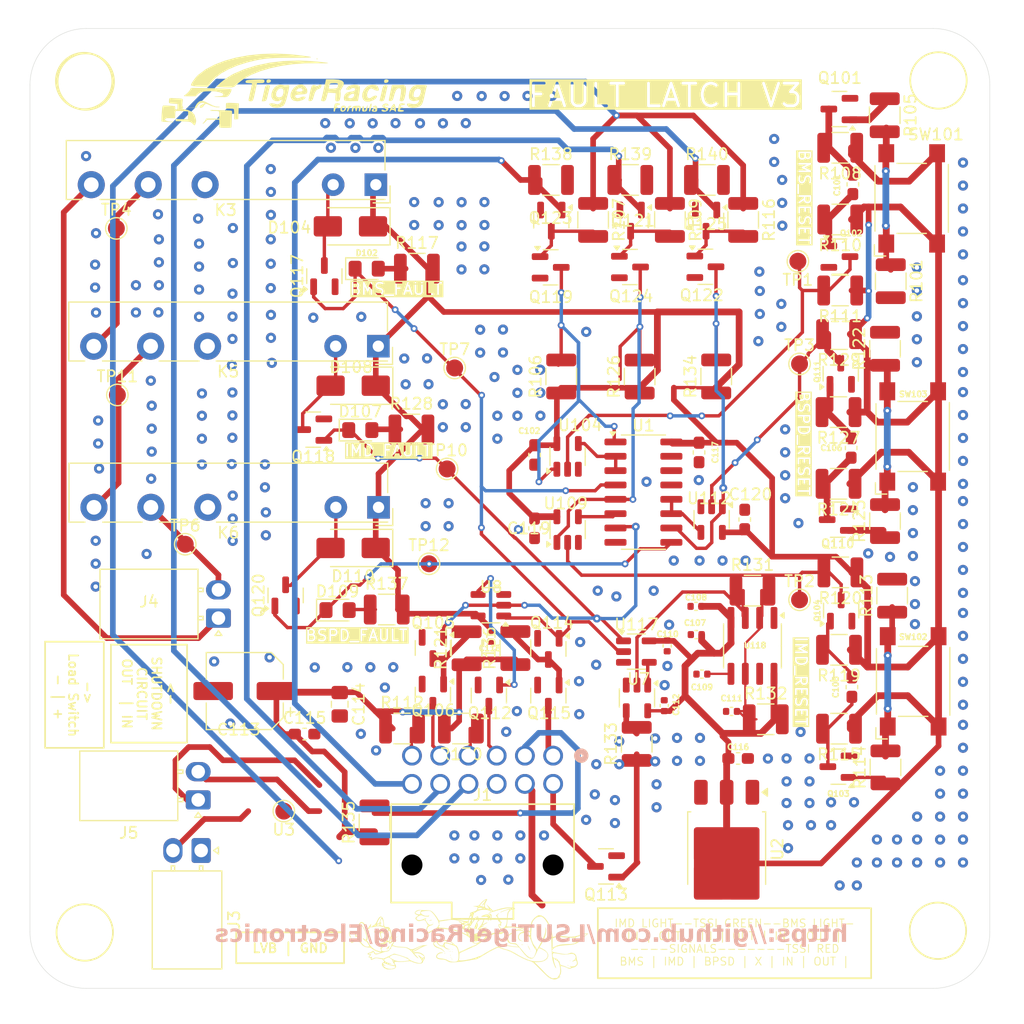
<source format=kicad_pcb>
(kicad_pcb (version 20241229) (generator "pcbnew") (generator_version "9.0")
  (layers (0 "F.Cu" signal) (2 "B.Cu" signal) (13 "F.Paste" user) (15 "B.Paste" user) (5 "F.SilkS" user "F.Silkscreen") (7 "B.SilkS" user "B.Silkscreen") (1 "F.Mask" user) (3 "B.Mask" user) (25 "Edge.Cuts" user))
  (net 0 "")
  (net 1 "Net-(Q101-C)")
  (net 2 "+12V")
  (net 3 "Net-(Q102-B)")
  (net 4 "Net-(Q103-C)")
  (net 5 "Net-(Q110-C)")
  (net 6 "Net-(Q111-B)")
  (net 7 "Net-(D104-A)")
  (net 8 "Net-(D102-A)")
  (net 9 "+5V")
  (net 10 "/NIMD_LV")
  (net 11 "GND")
  (net 12 "/NBPSD_LV")
  (net 13 "Net-(D107-A)")
  (net 14 "Net-(D108-A)")
  (net 15 "Net-(D109-A)")
  (net 16 "/NBMS_LV")
  (net 17 "Net-(Q101-B)")
  (net 18 "Net-(D109-K)")
  (net 19 "/IMD_SR")
  (net 20 "/NBMS_HV")
  (net 21 "Net-(Q104-B)")
  (net 22 "/NRESET_BMS")
  (net 23 "Net-(Q103-B)")
  (net 24 "/NRESET_IMD")
  (net 25 "Net-(D110-A)")
  (net 26 "/NRESET_BSPD")
  (net 27 "Net-(R101-Pad1)")
  (net 28 "Net-(K3-Pad11)")
  (net 29 "Net-(Q110-B)")
  (net 30 "Net-(U104-Pad4)")
  (net 31 "Net-(Q113-G)")
  (net 32 "Net-(R133-Pad2)")
  (net 33 "Net-(Q114-D)")
  (net 34 "/IMD_HV")
  (net 35 "/BSPD_HV")
  (net 36 "Net-(K5-Pad11)")
  (net 37 "Net-(R113-Pad1)")
  (net 38 "Net-(U118-CV)")
  (net 39 "/THRESH")
  (net 40 "/BMS_SR")
  (net 42 "/CLOCK")
  (net 44 "Net-(U112-Pad4)")
  (net 46 "Net-(Q105-D)")
  (net 49 "Net-(R122-Pad1)")
  (net 50 "Net-(U117-Pad4)")
  (net 51 "Net-(U1B-~{S})")
  (net 52 "/TSSI Green In")
  (net 53 "/IMD Light Out")
  (net 54 "/TSSI Green Out")
  (net 55 "/BMS Light In")
  (net 56 "/BMS Light Out")
  (net 57 "/IMD Light In")
  (net 58 "/Shutdown Circuit In")
  (net 59 "/Shutdown Circuit Out")
  (net 60 "Net-(Q112-G)")
  (net 62 "/TSSI Red Out")
  (net 63 "/LVB")
  (net 64 "/Load Switch -")
  (net 65 "/Load Switch +")
  (net 66 "Net-(Q119-G)")
  (net 67 "Net-(Q121-G)")
  (net 68 "Net-(Q122-G)")
  (footprint "TestPoint:TestPoint_Pad_D1.5mm" (layer "F.Cu") (at 104.622 91.772)
    (property "Reference" "TP12")
    (property "Value" "TestPoint")
  )
  (footprint "Capacitor_SMD:C_0603_1608Metric_Pad1.08x0.95mm_HandSolder" (layer "F.Cu") (at 113.966 88.633 -90)
    (property "Reference" "C119")
    (property "Value" "100n")
  )
  (footprint "Resistor_SMD:R_1210_3225Metric" (layer "F.Cu") (at 140.883 78.3395 180)
    (property "Reference" "R127")
    (property "Value" "100k")
  )
  (footprint "Resistor_SMD:R_1210_3225Metric" (layer "F.Cu") (at 107.4405 106.3611 180)
    (property "Reference" "R130")
    (property "Value" "270R")
  )
  (footprint "Resistor_SMD:R_1210_3225Metric" (layer "F.Cu") (at 119.152 61.322 -90)
    (property "Reference" "R107")
    (property "Value" "1k")
  )
  (footprint "TestPoint:TestPoint_Pad_D1.5mm" (layer "F.Cu") (at 77.022 76.822)
    (property "Reference" "TP11")
    (property "Value" "TestPoint")
  )
  (footprint "LOGO" (layer "F.Cu") (at 84.432 51.37)
    (property "Reference" "G***" (hide yes))
    (property "Value" "LOGO" (hide yes))
  )
  (footprint "Resistor_SMD:R_1210_3225Metric" (layer "F.Cu") (at 140.929 71.4365 180)
    (property "Reference" "R129")
    (property "Value" "1k")
  )
  (footprint "Resistor_SMD:R_1210_3225Metric" (layer "F.Cu") (at 145.001 87.9915 90)
    (property "Reference" "R123")
    (property "Value" "10k")
  )
  (footprint "Package_TO_SOT_SMD:SOT-23-5" (layer "F.Cu") (at 110.0995 95.442 180)
    (property "Reference" "U8")
    (property "Value" "SN74AHC1G08DBVR")
  )
  (footprint "Capacitor_SMD:C_0402_1005Metric" (layer "F.Cu") (at 128.283 98.042 180)
    (property "Reference" "C107")
    (property "Value" "1u")
  )
  (footprint "Package_TO_SOT_SMD:SOT-23" (layer "F.Cu") (at 140.9615 64.5715)
    (property "Reference" "Q102")
    (property "Value" "Q_NPN_BEC" (hide yes))
  )
  (footprint "Resistor_SMD:R_1210_3225Metric" (layer "F.Cu") (at 123.271 75.193 90)
    (property "Reference" "R126")
    (property "Value" "1k")
  )
  (footprint "TestPoint:TestPoint_Pad_D1.5mm" (layer "F.Cu") (at 137.282 64.982 180)
    (property "Reference" "TP1")
    (property "Value" "TestPoint" (hide yes))
  )
  (footprint "Package_TO_SOT_SMD:SOT-23" (layer "F.Cu") (at 129.152 61.3845 -90)
    (property "Reference" "Q125")
    (property "Value" "Q_NMOS_GSD")
  )
  (footprint "Package_TO_SOT_SMD:SOT-23" (layer "F.Cu") (at 104.9615 99.2266 -90)
    (property "Reference" "Q105")
    (property "Value" "Q_NMOS_GSD" (hide yes))
  )
  (footprint "LED_SMD:LED_0805_2012Metric_Pad1.15x1.40mm_HandSolder" (layer "F.Cu") (at 98.532 79.932)
    (property "Reference" "D107")
    (property "Value" "RED")
  )
  (footprint "Package_TO_SOT_SMD:TO-252-3_TabPin2" (layer "F.Cu") (at 130.977 117.046 -90)
    (property "Reference" "U2")
    (property "Value" "LM1117DT-5.0")
  )
  (footprint "Package_TO_SOT_SMD:SOT-23-5" (layer "F.Cu") (at 122.9815 99.5485)
    (property "Reference" "U117")
    (property "Value" "74AHC1G00" (hide yes))
  )
  (footprint "Capacitor_SMD:C_0402_1005Metric" (layer "F.Cu") (at 128.263 95.542 180)
    (property "Reference" "C108")
    (property "Value" "0.1u")
  )
  (footprint "Package_TO_SOT_SMD:SOT-23" (layer "F.Cu") (at 115.392 65.522)
    (property "Reference" "Q119")
    (property "Value" "Q_NMOS_GSD")
  )
  (footprint "Resistor_SMD:R_1210_3225Metric" (layer "F.Cu") (at 134.438 105.542)
    (property "Reference" "R132")
    (property "Value" "100k")
  )
  (footprint "Button_Switch_SMD:SW_SPST_Omron_B3FS-100xP" (layer "F.Cu") (at 147.49125 102.18325 90)
    (property "Reference" "SW102")
    (property "Value" "SW_Omron_B3FS" (hide yes))
  )
  (footprint "Capacitor_SMD:C_0402_1005Metric" (layer "F.Cu") (at 128.783 101.542 180)
    (property "Reference" "C109")
    (property "Value" ".01u")
  )
  (footprint "MountingHole:MountingHole_3.2mm_M3" (layer "F.Cu") (at 149.692 124.27)
    (property "Reference" "H101" (hide yes))
    (property "Value" "MountingHole" (hide yes))
  )
  (footprint "Package_SO:SOIC-16_3.9x9.9mm_P1.27mm" (layer "F.Cu") (at 123.606 85.428)
    (property "Reference" "U1")
    (property "Value" "74LS279")
  )
  (footprint "Button_Switch_SMD:SW_SPST_Omron_B3FS-100xP" (layer "F.Cu") (at 147.451 80.498 90)
    (property "Reference" "SW103")
    (property "Value" "SW_Omron_B3FS" (hide yes))
  )
  (footprint "Package_TO_SOT_SMD:SOT-23" (layer "F.Cu") (at 141.079 74.944 90)
    (property "Reference" "Q111")
    (property "Value" "Q_NPN_BEC" (hide yes))
  )
  (footprint "Connector_Molex:Molex_Nano-Fit_105313-xx02_1x02_P2.50mm_Horizontal" (layer "F.Cu") (at 85.972 96.582 180)
    (property "Reference" "J4")
    (property "Value" "1053131202")
  )
  (footprint "Package_TO_SOT_SMD:SOT-23" (layer "F.Cu") (at 129.0945 65.472)
    (property "Reference" "Q122")
    (property "Value" "Q_NMOS_GSD")
  )
  (footprint "LOGO" (layer "F.Cu") (at 107.298671 124.885844)
    (property "Reference" "G***" (hide yes))
    (property "Value" "LOGO" (hide yes))
  )
  (footprint "Capacitor_SMD:C_0603_1608Metric_Pad1.08x0.95mm_HandSolder" (layer "F.Cu") (at 131.992 109.011 180)
    (property "Reference" "C116")
    (property "Value" "100n")
  )
  (footprint "Diode_SMD:D_SMA" (layer "F.Cu") (at 97.6585 61.889 180)
    (property "Reference" "D104")
    (property "Value" "D_Schottky" (hide yes))
  )
  (footprint "Package_TO_SOT_SMD:SOT-23" (layer "F.Cu") (at 122.472 61.3845 -90)
    (property "Reference" "Q124")
    (property "Value" "Q_NMOS_GSD")
  )
  (footprint "TestPoint:TestPoint_Pad_D1.5mm" (layer "F.Cu") (at 76.932 62.072)
    (property "Reference" "TP4")
    (property "Value" "TestPoint" (hide yes))
  )
  (footprint "Package_TO_SOT_SMD:SOT-23-5" (layer "F.Cu") (at 123.0345 103.652 -90)
    (property "Reference" "U7")
    (property "Value" "SN74AHC1G08DBVR")
  )
  (footprint "Package_SO:SOIC-8_3.9x4.9mm_P1.27mm" (layer "F.Cu") (at 133.263 99.042 -90)
    (property "Reference" "U118")
    (property "Value" "LM555xM")
  )
  (footprint "Resistor_SMD:R_1210_3225Metric" (layer "F.Cu") (at 133.263 94.151)
    (property "Reference" "R131")
    (property "Value" "15k")
  )
  (footprint "Package_TO_SOT_SMD:SOT-23" (layer "F.Cu") (at 104.9615 103.3616 -90)
    (property "Reference" "Q106")
    (property "Value" "Q_NMOS_GSD" (hide yes))
  )
  (footprint "MountingHole:MountingHole_3.2mm_M3" (layer "F.Cu") (at 74.132 124.37)
    (property "Reference" "H102" (hide yes))
    (property "Value" "MountingHole" (hide yes))
  )
  (footprint "Resistor_SMD:R_1210_3225Metric" (layer "F.Cu") (at 99.792 114.672 90)
    (property "Reference" "R135")
    (property "Value" "510R")
  )
  (footprint "Resistor_SMD:R_1210_3225Metric" (layer "F.Cu") (at 129.2295 57.782)
    (property "Reference" "R140")
    (property "Value" "10k")
  )
  (footprint "Package_TO_SOT_SMD:SOT-23" (layer "F.Cu") (at 141.11625 95.91225 90)
    (property "Reference" "Q104")
    (property "Value" "Q_NPN_BEC" (hide yes))
  )
  (footprint "Resistor_SMD:R_1210_3225Metric" (layer "F.Cu") (at 112.2665 99.2351 90)
    (property "Reference" "R136")
    (property "Value" "10k")
  )
  (footprint "Package_TO_SOT_SMD:SOT-23" (layer "F.Cu") (at 109.9195 103.4401 -90)
    (property "Reference" "Q112")
    (property "Value" "Q_NMOS_GSD" (hide yes))
  )
  (footprint "Capacitor_SMD:C_0603_1608Metric_Pad1.08x0.95mm_HandSolder" (layer "F.Cu") (at 93.602 106.852)
    (property "Reference" "C115")
    (property "Value" "0.33u")
  )
  (footprint "Resistor_SMD:R_1210_3225Metric" (layer "F.Cu") (at 141.0315 61.285 180)
    (property "Reference" "R110")
    (property "Value" "100k")
  )
  (footprint "Package_TO_SOT_SMD:SOT-23" (layer "F.Cu") (at 140.87475 109.73775 180)
    (property "Reference" "Q103")
    (property "Value" "Q_NPN_BEC" (hide yes))
  )
  (footprint "Resistor_SMD:R_1210_3225Metric" (layer "F.Cu") (at 145.507 66.745 -90)
    (property "Reference" "R101")
    (property "Value" "100k")
  )
  (footprint "Capacitor_SMD:C_0402_1005Metric" (layer "F.Cu") (at 125.7095 99.0405 90)
    (property "Reference" "C110")
    (property "Value" "0.1u")
  )
  (footprint "Capacitor_SMD:C_0603_1608Metric_Pad1.08x0.95mm_HandSolder" (layer "F.Cu") (at 142.003 81.5145 90)
    (property "Reference" "C106")
    (property "Value" "10n")
  )
  (footprint "TestPoint:TestPoint_Pad_D1.5mm" (layer "F.Cu") (at 106.892 74.432)
    (property "Reference" "TP7")
    (property "Value" "TestPoint" (hide yes))
  )
  (footprint "Resistor_SMD:R_1210_3225Metric" (layer "F.Cu") (at 145.04125 109.80325 90)
    (property "Reference" "R114")
    (property "Value" "10k")
  )
  (footprint "TestPoint:TestPoint_Pad_D1.5mm" (layer "F.Cu") (at 137.432 74.072)
    (property "Reference" "TP3")
    (property "Value" "TestPoint" (hide yes))
  )
  (footprint "Resistor_SMD:R_1210_3225Metric" (layer "F.Cu") (at 116.328 75.187 90)
    (property "Reference" "R106")
    (property "Value" "1k")
  )
  (footprint "Capacitor_SMD:C_0603_1608Metric_Pad1.08x0.95mm_HandSolder" (layer "F.Cu") (at 142.06625 102.69175 90)
    (property "Reference" "C105")
    (property "Value" "10n")
  )
  (footprint "Package_TO_SOT_SMD:SOT-23-5" (layer "F.Cu") (at 116.891 82.262 90)
    (property "Reference" "U104")
    (property "Value" "74AHC1G00" (hide yes))
  )
  (footprint "Capacitor_SMD:C_0402_1005Metric" (layer "F.Cu") (at 110.102 98.182 90)
    (property "Reference" "C118")
    (property "Value" "0.1u")
  )
  (footprint "Package_TO_SOT_SMD:SOT-23" (layer "F.Cu") (at 115.4495 61.3845 -90)
    (property "Reference" "Q123")
    (property "Value" "Q_NMOS_GSD")
  )
  (footprint "Capacitor_SMD:C_0603_1608Metric_Pad1.08x0.95mm_HandSolder" (layer "F.Cu") (at 142.1515 58.173 -90)
    (property "Reference" "C101")
    (property "Value" "10n")
  )
  (footprint "Capacitor_SMD:C_0402_1005Metric" (layer "F.Cu") (at 131.407 104.845)
    (property "Reference" "C111")
    (property "Value" "22u" (hide yes))
  )
  (footprint "Package_TO_SOT_SMD:SOT-23" (layer "F.Cu") (at 94.3695 79.892 180)
    (property "Reference" "Q118")
    (property "Value" "Q_NMOS_GSD")
  )
  (footprint "Connector_Molex:Molex_Nano-Fit_105313-xx02_1x02_P2.50mm_Horizontal" (layer "F.Cu") (at 84.442 117.162 -90)
    (property "Reference" "J3")
    (property "Value" "1053131202")
  )
  (footprint "Package_TO_SOT_SMD:SOT-23-5" (layer "F.Cu") (at 116.896 88.743 90)
    (property "Reference" "U109")
    (property "Value" "74AHC1G00")
  )
  (footprint "Resistor_SMD:R_1210_3225Metric" (layer "F.Cu") (at 141.0315 54.935 180)
    (property "Reference" "R108")
    (property "Value" "1k")
  )
  (footprint "LED_SMD:LED_0805_2012Metric_Pad1.15x1.40mm_HandSolder" (layer "F.Cu") (at 96.522 95.872)
    (property "Reference" "D109")
    (property "Value" "RED")
  )
  (footprint "Relay_THT:Relay_SPDT_Fujitsu_FTR-LYCA005x_FormC_Vertical" (layer "F.Cu") (at 100.1295 72.5045 180)
    (property "Reference" "K5")
    (property "Value" "Fujitsu_FTR-LYCA005x")
  )
  (footprint "TestPoint:TestPoint_Pad_D1.5mm" (layer "F.Cu") (at 106.222 83.372)
    (property "Reference" "TP10")
    (property "Value" "TestPoint")
  )
  (footprint "Resistor_SMD:R_1210_3225Metric" (layer "F.Cu") (at 103.545 65.6395)
    (property "Reference" "R117")
    (property "Value" "2k")
  )
  (footprint "Resistor_SMD:R_1210_3225Metric" (layer "F.Cu") (at 123.012 107.722 90)
    (property "Reference" "R133")
    (property "Value" "680")
  )
  (footprint "Capacitor_SMD:C_0805_2012Metric_Pad1.18x1.45mm_HandSolder" (layer "F.Cu") (at 96.712 104.212 -90)
    (property "Reference" "C114")
    (property "Value" "1u")
  )
  (footprint "Capacitor_SMD:C_0402_1005Metric" (layer "F.Cu") (at 125.45 104.3355 -90)
    (property "Reference" "C112")
    (property "Value" "0.1u")
  )
  (footprint "LOGO" (layer "F.Cu") (at 92.632 49.97)
    (property "Reference" "G***" (hide yes))
    (property "Value" "LOGO" (hide yes))
  )
  (footprint "Resistor_SMD:R_1210_3225Metric" (layer "F.Cu") (at 145.001 72.733 90)
    (property "Reference" "R122")
    (property "Value" "100k")
  )
  (footprint "Package_TO_SOT_SMD:SOT-23" (layer "F.Cu") (at 122.4145 65.492)
    (property "Reference" "Q121")
    (property "Value" "Q_NMOS_GSD")
  )
  (footprint "Package_TO_SOT_SMD:SOT-23" (layer "F.Cu") (at 140.813 87.8645 180)
    (property "Reference" "Q110")
    (property "Value" "Q_NPN_BEC" (hide yes))
  )
  (footprint "Package_TO_SOT_SMD:SOT-23" (layer "F.Cu") (at 91.922 94.572 90)
    (property "Reference" "Q120")
    (property "Value" "Q_NMOS_GSD")
  )
  (footprint "Resistor_SMD:R_1210_3225Metric" (layer "F.Cu") (at 144.975 52.0505 -90)
    (property "Reference" "R105")
    (property "Value" "10k")
  )
  (footprint "Resistor_SMD:R_1210_3225Metric" (layer "F.Cu") (at 141.0315 67.571 180)
    (property "Reference" "R111")
    (property "Value" "1k")
  )
  (footprint "Resistor_SMD:R_1210_3225Metric" (layer "F.Cu") (at 132.442 61.322 -90)
    (property "Reference" "R116")
    (property "Value" "1k")
  )
  (footprint "Package_TO_SOT_SMD:SOT-23" (layer "F.Cu") (at 140.9615 51.503 180)
    (property "Reference" "Q101")
    (property "Value" "Q_NPN_BEC" (hide yes))
  )
  (footprint "Capacitor_SMD:C_0603_1608Metric_Pad1.08x0.95mm_HandSolder" (layer "F.Cu") (at 132.576 87.8505 90)
    (property "Reference" "C120")
    (property "Value" "100n")
  )
  (footprint "TestPoint:TestPoint_Pad_D1.5mm" (layer "F.Cu") (at 83.032 90.042)
    (property "Reference" "TP6")
    (property "Value" "TestPoint" (hide yes))
  )
  (footprint "TestPoint:TestPoint_Pad_D1.5mm" (layer "F.Cu") (at 91.762 113.672 180)
    (property "Reference" "U3")
    (property "Value" "TestPoint")
  )
  (footprint "Resistor_SMD:R_1210_3225Metric" (layer "F.Cu") (at 140.92325 99.38975 180)
    (property "Reference" "R119")
    (property "Value" "100k")
  )
  (footprint "Resistor_SMD:R_1210_3225Metric" (layer "F.Cu") (at 141.05025 92.53175 180)
    (property "Reference" "R120")
    (property "Value" "1k")
  )
  (footprint "Diode_SMD:D_SMA" (layer "F.Cu") (at 97.8995 90.372 180)
    (property "Reference" "D110")
    (property "Value" "D_Schottky")
  )
  (footprint "Package_TO_SOT_SMD:SOT-23" (layer "F.Cu") (at 115.1875 99.3111 -90)
    (property "Reference" "Q114")
    (property "Value" "Q_NMOS_GSD" (hide yes))
  )
  (footprint "Package_TO_SOT_SMD:SOT-23" (layer "F.Cu") (at 95.352 66.2995 90)
    (property "Reference" "Q117")
    (property "Value" "Q_NMOS_GSD")
  )
  (footprint "Capacitor_SMD:C_0603_1608Metric_Pad1.08x0.95mm_HandSolder" (layer "F.Cu") (at 128.532 81.912 -90)
    (property "Reference" "C117")
    (property "Value" "100n")
  )
  (footprint "Resistor_SMD:R_1210_3225Metric" (layer "F.Cu") (at 130.051 75.183 90)
    (property "Reference" "R134")
    (property "Value" "1k")
  )
  (footprint "Package_TO_SOT_SMD:SOT-23" (layer "F.Cu") (at 115.1875 103.4461 -90)
    (property "Reference" "Q115")
    (property "Value" "Q_NMOS_GSD" (hide yes))
  )
  (footprint "TestPoint:TestPoint_Pad_D1.5mm" (layer "F.Cu") (at 137.432 94.962)
    (property "Reference" "TP2")
    (property "Value" "TestPoint" (hide yes))
  )
  (footprint "Button_Switch_SMD:SW_SPST_Omron_B3FS-100xP" (layer "F.Cu") (at 147.36 59.4165 90)
    (property "Reference" "SW101")
    (property "Value" "SW_Omron_B3FS" (hide yes))
  )
  (footprint "MountingHole:MountingHole_3.2mm_M3" (layer "F.Cu") (at 149.732 48.97)
    (property "Reference" "H104" (hide yes))
    (property "Value" "MountingHole" (hide yes))
  )
  (footprint "Resistor_SMD:R_1210_3225Metric" (layer "F.Cu") (at 140.883 84.6895 180)
    (property "Reference" "R124")
    (property "Value" "1k")
  )
  (footprint "Resistor_SMD:R_1210_3225Metric" (layer "F.Cu") (at 107.9485 99.2491 90)
    (property "Reference" "R121")
    (property "Value" "10k")
  )
  (footprint "Capacitor_SMD:C_0603_1608Metric_Pad1.08x0.95mm_HandSolder" (layer "F.Cu") (at 113.97 82.135 -90)
    (property "Reference" "C102")
    (property "Value" "100n" (hide yes))
  )
  (footprint "Relay_THT:Relay_SPDT_Fujitsu_FTR-LYCA005x_FormC_Vertical" (layer "F.Cu") (at 100.1495 86.772 180)
    (property "Reference" "K6")
    (property "Value" "Fujitsu_FTR-LYCA005x")
  )
  (footprint "LED_SMD:LED_0805_2012Metric_Pad1.15x1.40mm_HandSolder" (layer "F.Cu") (at 99.1 65.6395)
    (property "Reference" "D102")
    (property "Value" "RED")
  )
  (footprint "Resistor_SMD:R_1210_3225Metric" (layer "F.Cu") (at 103.062 79.882)
    (property "Reference" "R128")
    (property "Value" "2k")
  )
  (footprint "Package_TO_SOT_SMD:SOT-23" (layer "F.Cu") (at 120.292 118.57 180)
    (property "Reference" "Q113")
    (property "Value" "Q_NMOS_GSD" (hide yes))
  )
  (footprint "Relay_THT:Relay_SPDT_Fujitsu_FTR-LYCA005x_FormC_Vertical" (layer "F.Cu") (at 99.912 58.202 180)
    (property "Reference" "K3")
    (property "Value" "Fujitsu_FTR-LYCA005x")
  )
  (footprint "Package_TO_SOT_SMD:SOT-23-5" (layer "F.Cu") (at 129.646 87.8555 -90)
    (property "Reference" "U112")
    (property "Value" "74AHC1G00")
  )
  (footprint "Capacitor_SMD:CP_Elec_6.3x5.4" (layer "F.Cu") (at 88.305 103.041 180)
    (property "Reference" "C113")
    (property "Value" "47u")
  )
  (footprint "Resistor_SMD:R_1210_3225Metric" (layer "F.Cu") (at 140.92325 106.37475 180)
    (property "Reference" "R115")
    (property "Value" "1k")
  )
  (footprint "Resistor_SMD:R_1210_3225Metric" (layer "F.Cu") (at 122.442 57.782)
    (property "Reference" "R139")
    (property "Value" "10k")
  )
  (footprint "MountingHole:MountingHole_3.2mm_M3" (layer "F.Cu") (at 74.082 49.02)
    (property "Reference" "H103" (hide yes))
    (property "Value" "MountingHole" (hide yes))
  )
  (footprint "footprints:CONN_SD-105314-100_12_MOL" (layer "F.Cu") (at 115.6116 108.761902)
    (property "Reference" "J1")
    (property "Value" "1053141312")
  )
  (footprint "Resistor_SMD:R_1210_3225Metric" (layer "F.Cu") (at 100.872 95.822)
    (property "Reference" "R137")
    (property "Value" "2k")
  )
  (footprint "Resistor_SMD:R_1210_3225Metric" (layer "F.Cu") (at 125.952 61.322 -90)
    (property "Reference" "R109")
    (property "Value" "1k")
  )
  (footprint "Resistor_SMD:R_1210_3225Metric" (layer "F.Cu") (at 115.4195 57.782)
    (property "Reference" "R138")
    (property "Value" "10k")
  )
  (footprint "Connector_Molex:Molex_Nano-Fit_105313-xx02_1x02_P2.50mm_Horizontal" (layer "F.Cu") (at 84.182 112.682 180)
    (property "Reference" "J5")
    (property "Value" "1053131202")
  )
  (footprint "Resistor_SMD:R_1210_3225Metric" (layer "F.Cu") (at 145.632 94.595 90)
    (property "Reference" "R113")
    (property "Value" "100k")
  )
  (footprint "Diode_SMD:D_SMA" (layer "F.Cu") (at 97.9045 76.002 180)
    (property "Reference" "D108")
    (property "Value" "D_Schottky")
  )
  (footprint "Resistor_SMD:R_1210_3225Metric" (layer "F.Cu") (at 102.2335 106.3611)
    (property "Reference" "R112")
    (property "Value" "510R")
  )
  (gr_circle (center 149.682 124.27) (end 152.182 124.27) (stroke (width 0.1524)) (fill no) (layer "F.SilkS"))
  (gr_circle (center 74.222 49.072) (end 76.722 49.072) (stroke (width 0.1524)) (fill no) (layer "F.SilkS"))
  (gr_circle (center 149.732 48.97) (end 152.232 48.97) (stroke (width 0.1524)) (fill no) (layer "F.SilkS"))
  (gr_circle (center 74.132 124.42) (end 76.632 124.42) (stroke (width 0.1524)) (fill no) (layer "F.SilkS"))
  (gr_circle (center 74.082 49.02) (end 76.582 49.02) (stroke (width 0.1524)) (fill no) (layer "F.SilkS"))
  (gr_line (start 149.282 129.37) (end 74.282 129.37) (stroke (width 0.0381)) (layer "Edge.Cuts"))
  (gr_arc (start 149.282 44.37) (mid 152.817534 45.834466) (end 154.282 49.37) (stroke (width 0.0381)) (layer "Edge.Cuts"))
  (gr_line (start 154.282 124.37) (end 154.282 49.37) (stroke (width 0.0381)) (layer "Edge.Cuts"))
  (gr_line (start 74.282 44.37) (end 149.282 44.37) (stroke (width 0.0381)) (layer "Edge.Cuts"))
  (gr_arc (start 69.282 49.37) (mid 70.746466 45.834466) (end 74.282 44.37) (stroke (width 0.0381)) (layer "Edge.Cuts"))
  (gr_line (start 69.282 124.37) (end 69.282 49.37) (stroke (width 0.0381)) (layer "Edge.Cuts"))
  (gr_arc (start 154.282 124.37) (mid 152.817534 127.905534) (end 149.282 129.37) (stroke (width 0.0381)) (layer "Edge.Cuts"))
  (gr_arc (start 74.282 129.37) (mid 70.746466 127.905534) (end 69.282 124.37) (stroke (width 0.0381)) (layer "Edge.Cuts"))
  (gr_text "BSPD_RESET" (at 137.202 76.37 270) (layer "F.SilkS" knockout) (effects (font (size 1 1)) (justify left bottom)))
  (gr_text "IMD_RESET" (at 136.972 98.13 270) (layer "F.SilkS" knockout) (effects (font (size 1 1)) (justify left bottom)))
  (gr_text "BSPD_FAULT" (at 93.582 98.7 0) (layer "F.SilkS" knockout) (effects (font (size 1 1)) (justify left bottom)))
  (gr_text "FAULT LATCH V3\n" (at 113.222 51.472 0) (layer "F.SilkS" knockout) (effects (font (size 2 2) (thickness 0.25)) (justify left bottom)))
  (gr_text "BMS_RESET" (at 137.272 55.01 270) (layer "F.SilkS" knockout) (effects (font (size 1 1)) (justify left bottom)))
  (gr_text "IMD_FAULT" (at 97.032 82.33 0) (layer "F.SilkS" knockout) (effects (font (size 1 1)) (justify left bottom)))
  (gr_text "BMS_FAULT" (at 97.512 68.02 0) (layer "F.SilkS" knockout) (effects (font (size 1 1)) (justify left bottom)))
  (gr_text "https://github.com/LSUTigerRacing/Electronics" (at 85.632 125.51 0) (layer "B.SilkS") (effects (font (size 1.524 1.524) (thickness 0.3048) (bold yes)) (justify right bottom mirror)))
  (gr_text_box "    ->\nLoad Switch\n   - | +" (start 70.622 98.672) (end 75.822 108.072) (margins 1.0025 1.0025 1.0025 1.0025) (angle -90) (layer "F.SilkS") (effects (font (size 0.8128 0.8128) (thickness 0.1524) (bold yes)) (justify left top)) (border yes) (stroke (width 0.1524)))
  (gr_text_box "LVB | GND" (start 87.547 124.407) (end 97.097 127.142) (margins 1.0025 1.0025 1.0025 1.0025) (layer "F.SilkS") (effects (font (size 0.8128 0.8128) (thickness 0.1524) (bold yes)) (justify top)) (border yes) (stroke (width 0.1524)))
  (gr_text_box "IMD LIGHT--TSSI GREEN--BMS LIGHT-\nIN | OUT | IN | OUT | IN | OUT |\n----SIGNALS-------TSSI RED\nBMS | IMD | BPSD | X | IN | OUT |\n" (start 119.572 122.272) (end 143.772 128.472) (margins 1.0025 1.0025 1.0025 1.0025) (layer "F.SilkS") (effects (font (size 0.7 0.7) (thickness 0.08)) (justify top)) (border yes) (stroke (width 0.1524)))
  (gr_text_box "<-\nSHUTDOWN CIRCUIT\nOUT  | IN" (start 76.452 98.9345) (end 83.192 107.6095) (margins 1.0025 1.0025 1.0025 1.0025) (angle -90) (layer "F.SilkS") (effects (font (size 0.8128 0.8128) (thickness 0.1524) (bold yes)) (justify top)) (border yes) (stroke (width 0.1524)))
  (segment (start 142.1515 57.3105) (end 142.1515 57.055) (width 0.6) (layer "F.Cu") (net 1))
  (segment (start 142.1515 57.055) (end 140.0315 54.935) (width 0.6) (layer "F.Cu") (net 1))
  (segment (start 140.024 51.503) (end 140.024 54.9275) (width 0.6) (layer "F.Cu") (net 1))
  (segment (start 96.712 103.1745) (end 96.112 103.1745) (width 0.6) (layer "F.Cu") (net 2))
  (segment (start 132.442 56.492) (end 132.442 60.322) (width 0.5) (layer "F.Cu") (net 2))
  (segment (start 97.155 110.215) (end 95.332 108.392) (width 0.5) (layer "F.Cu") (net 2))
  (segment (start 121.222 52.072) (end 128.022 52.072) (width 0.5) (layer "F.Cu") (net 2))
  (segment (start 123.022 52.072) (end 125.952 55.002) (width 0.5) (layer "F.Cu") (net 2))
  (segment (start 99.8712 104.8238) (end 102.2088 104.8238) (width 0.5) (layer "F.Cu") (net 2))
  (segment (start 93.262 107.372) (end 93.2595 107.372) (width 0.5) (layer "F.Cu") (net 2))
  (segment (start 107.29 104.905) (end 107.29 105.6866) (width 0.5) (layer "F.Cu") (net 2))
  (segment (start 96.712 103.1745) (end 96.74 103.1465) (width 0.5) (layer "F.Cu") (net 2))
  (segment (start 119.152 54.142) (end 119.152 60.322) (width 0.5) (layer "F.Cu") (net 2))
  (segment (start 107.29 105.6866) (end 106.6155 106.3611) (width 0.5) (layer "F.Cu") (net 2))
  (segment (start 112.2665 100.2351) (end 107.9625 100.2351) (width 0.5) (layer "F.Cu") (net 2))
  (segment (start 97.155 115.497) (end 96.707 115.945) (width 0.6) (layer "F.Cu") (net 2))
  (segment (start 99.8712 104.8238) (end 101.4085 106.3611) (width 0.5) (layer "F.Cu") (net 2))
  (segment (start 128.022 52.072) (end 132.442 56.492) (width 0.5) (layer "F.Cu") (net 2))
  (segment (start 97.155 115.497) (end 97.155 110.215) (width 0.5) (layer "F.Cu") (net 2))
  (segment (start 96.112 103.1745) (end 96.084 103.1465) (width 0.6) (layer "F.Cu") (net 2))
  (segment (start 107.29 104.905) (end 107.29 100.9076) (width 0.5) (layer "F.Cu") (net 2))
  (segment (start 121.222 52.072) (end 119.152 54.142) (width 0.5) (layer "F.Cu") (net 2))
  (segment (start 91.105 106.1275) (end 91.105 103.041) (width 0.5) (layer "F.Cu") (net 2))
  (segment (start 95.332 108.392) (end 94.282 108.392) (width 0.5) (layer "F.Cu") (net 2))
  (segment (start 121.222 52.072) (end 123.022 52.072) (width 0.5) (layer "F.Cu") (net 2))
  (segment (start 92.7395 106.852) (end 91.8295 106.852) (width 0.5) (layer "F.Cu") (net 2))
  (segment (start 113.732 121.095) (end 114.632 121.995) (width 0.6) (layer "F.Cu") (net 2))
  (segment (start 96.74 103.1465) (end 98.1939 103.1465) (width 0.5) (layer "F.Cu") (net 2))
  (segment (start 91.8295 106.852) (end 91.105 106.1275) (width 0.5) (layer "F.Cu") (net 2))
  (segment (start 107.29 100.9076) (end 107.9485 100.2491) (width 0.5) (layer "F.Cu") (net 2))
  (segment (start 102.2088 104.8238) (end 102.29 104.905) (width 0.5) (layer "F.Cu") (net 2))
  (segment (start 93.2595 107.372) (end 92.7395 106.852) (width 0.5) (layer "F.Cu") (net 2))
  (segment (start 94.282 108.392) (end 93.262 107.372) (width 0.5) (layer "F.Cu") (net 2))
  (segment (start 99.792 115.497) (end 97.155 115.497) (width 0.6) (layer "F.Cu") (net 2))
  (segment (start 113.1116 111.261902) (end 113.732 111.882302) (width 0.6) (layer "F.Cu") (net 2))
  (segment (start 125.952 55.002) (end 125.952 60.322) (width 0.5) (layer "F.Cu") (net 2))
  (segment (start 98.1939 103.1465) (end 99.8712 104.8238) (width 0.5) (layer "F.Cu") (net 2))
  (segment (start 96.084 103.1465) (end 91.2105 103.1465) (width 0.6) (layer "F.Cu") (net 2))
  (segment (start 113.732 111.882302) (end 113.732 121.095) (width 0.6) (layer "F.Cu") (net 2))
  (via (at 107.29 104.905) (size 0.6) (drill 0.3) (layers "F.Cu" "B.Cu") (net 2))
  (via (at 96.622 118.072) (size 0.6) (drill 0.3) (layers "F.Cu" "B.Cu") (net 2))
  (via (at 121.222 52.072) (size 0.6) (drill 0.3) (layers "F.Cu" "B.Cu") (net 2))
  (via (at 102.29 104.905) (size 0.6) (drill 0.3) (layers "F.Cu" "B.Cu") (net 2))
  (segment (start 118.472 49.072) (end 85.872 49.072) (width 0.5) (layer "B.Cu") (net 2))
  (segment (start 77.147 57.797) (end 76.622 58.322) (width 0.5) (layer "B.Cu") (net 2))
  (segment (start 120.072 50.922) (end 120.072 50.672) (width 0.5) (layer "B.Cu") (net 2))
  (segment (start 85.872 49.072) (end 77.147 57.797) (width 0.5) (layer "B.Cu") (net 2))
  (segment (start 102.29 104.905) (end 107.29 104.905) (width 0.5) (layer "B.Cu") (net 2))
  (segment (start 121.222 52.072) (end 120.072 50.922) (width 0.5) (layer "B.Cu") (net 2))
  (segment (start 120.072 50.672) (end 118.472 49.072) (width 0.5) (layer "B.Cu") (net 2))
  (segment (start 76.622 58.322) (end 76.622 98.072) (width 0.5) (layer "B.Cu") (net 2))
  (segment (start 77.147 57.797) (end 76.972 57.972) (width 0.5) (layer "B.Cu") (net 2))
  (segment (start 76.622 98.072) (end 96.622 118.072) (width 0.5) (layer "B.Cu") (net 2))
  (segment (start 140.024 63.6215) (end 140.024 61.2925) (width 0.6) (layer "F.Cu") (net 3))
  (segment (start 140.0315 61.1555) (end 142.1515 59.0355) (width 0.6) (layer "F.Cu") (net 3))
  (segment (start 139.92325 106.37475) (end 142.06625 104.23175) (width 0.3) (layer "F.Cu") (net 4))
  (segment (start 139.93725 109.73775) (end 139.93725 106.38875) (width 0.3) (layer "F.Cu") (net 4))
  (segment (start 142.06625 104.23175) (end 142.06625 103.55425) (width 0.3) (layer "F.Cu") (net 4))
  (segment (start 139.8755 87.8645) (end 139.8755 84.697) (width 0.6) (layer "F.Cu") (net 5))
  (segment (start 139.883 84.497) (end 142.003 82.377) (width 0.6) (layer "F.Cu") (net 5))
  (segment (start 140.129 75.8815) (end 140.129 78.0935) (width 0.6) (layer "F.Cu") (net 6))
  (segment (start 142.003 80.4595) (end 139.883 78.3395) (width 0.6) (layer "F.Cu") (net 6))
  (segment (start 95.6585 58.6755) (end 96.132 58.202) (width 0.3) (layer "F.Cu") (net 7))
  (segment (start 95.6585 61.889) (end 95.6585 58.6755) (width 0.3) (layer "F.Cu") (net 7))
  (segment (start 95.352 65.362) (end 95.352 62.1955) (width 0.3) (layer "F.Cu") (net 7))
  (segment (start 95.352 62.1955) (end 95.6585 61.889) (width 0.3) (layer "F.Cu") (net 7))
  (segment (start 102.545 65.6395) (end 100.125 65.6395) (width 0.5) (layer "F.Cu") (net 8))
  (segment (start 130.977 112.006) (end 130.977 109.543) (width 0.6) (layer "F.Cu") (net 9))
  (segment (start 144.35225 103.45375) (end 147.01175 103.45375) (width 0.6) (layer "F.Cu") (net 9))
  (segment (start 126.301 77.263075) (end 126.301 76.171) (width 0.5) (layer "F.Cu") (net 9))
  (segment (start 111.722 85.5265) (end 111.722 83.5205) (width 0.5) (layer "F.Cu") (net 9))
  (segment (start 123.265 76.187) (end 123.271 76.193) (width 0.5) (layer "F.Cu") (net 9))
  (segment (start 99.6585 58.4555) (end 99.912 58.202) (width 0.5) (layer "F.Cu") (net 9))
  (segment (start 143.423 78.3395) (end 144.312 79.2285) (width 0.6) (layer "F.Cu") (net 9))
  (segment (start 127.89725 100.21525) (end 127.294 100.8185) (width 0.6) (layer "F.Cu") (net 9))
  (segment (start 141.92325 99.38975) (end 143.44725 100.91375) (width 0.6) (layer "F.Cu") (net 9))
  (segment (start 130.612 106.7875) (end 134.0175 106.7875) (width 0.6) (layer "F.Cu") (net 9))
  (segment (start 130.977 109.543) (end 130.977 109.1635) (width 0.6) (layer "F.Cu") (net 9))
  (segment (start 147.134 57.8925) (end 149.61 55.4165) (width 0.6) (layer "F.Cu") (net 9))
  (segment (start 141.883 78.3395) (end 143.423 78.3395) (width 0.6) (layer "F.Cu") (net 9))
  (segment (start 147.01075 100.91375) (end 149.74125 98.18325) (width 0.6) (layer "F.Cu") (net 9))
  (segment (start 100.1495 86.772) (end 100.1495 83.7945) (width 0.5) (layer "F.Cu") (net 9))
  (segment (start 99.9045 72.7295) (end 100.1295 72.5045) (width 0.5) (layer "F.Cu") (net 9))
  (segment (start 134.0175 106.7875) (end 135.263 105.542) (width 0.6) (layer "F.Cu") (net 9))
  (segment (start 126.2015 81.0925) (end 126.101 80.992) (width 0.6) (layer "F.Cu") (net 9))
  (segment (start 131.368 98.792) (end 130.468 99.692) (width 0.6) (layer "F.Cu") (net 9))
  (segment (start 131.011575 81.0495) (end 130.087425 81.0495) (width 0.5) (layer "F.Cu") (net 9))
  (segment (start 130.468 99.692) (end 129.868 99.692) (width 0.6) (layer "F.Cu") (net 9))
  (segment (start 124.842 74.627) (end 124.3715 75.0975) (width 0.6) (layer "F.Cu") (net 9))
  (segment (start 100.7945 61.889) (end 104.545 65.6395) (width 0.5) (layer "F.Cu") (net 9))
  (segment (start 99.6585 61.889) (end 99.6585 58.4555) (width 0.5) (layer "F.Cu") (net 9))
  (segment (start 125.424 104.7895) (end 125.45 104.8155) (width 0.3) (layer "F.Cu") (net 9))
  (segment (start 110.102 97.532) (end 108.962 96.392) (width 0.5) (layer "F.Cu") (net 9))
  (segment (start 143.55 60.1785) (end 146.372 60.1785) (width 0.6) (layer "F.Cu") (net 9))
  (segment (start 99.8995 90.372) (end 99.8995 87.022) (width 0.5) (layer "F.Cu") (net 9))
  (segment (start 125.948 104.8155) (end 125.45 104.8155) (width 0.5) (layer "F.Cu") (net 9))
  (segment (start 126.301 76.171) (end 128.144 76.171) (width 0.3) (layer "F.Cu") (net 9))
  (segment (start 100.1295 72.5045) (end 104.545 68.089) (width 0.5) (layer "F.Cu") (net 9))
  (segment (start 147.0985 81.8955) (end 149.701 84.498) (width 0.6) (layer "F.Cu") (net 9))
  (segment (start 132.576 88.713) (end 135.005 91.142) (width 0.5) (layer "F.Cu") (net 9))
  (segment (start 102.924 78.7125) (end 102.615 78.7125) (width 0.5) (layer "F.Cu") (net 9))
  (segment (start 115.941 87.6015) (end 114.1235 87.6015) (width 0.6) (layer "F.Cu") (net 9))
  (segment (start 132.081 74.119) (end 130.013 76.187) (width 0.6) (layer "F.Cu") (net 9))
  (segment (start 110.102 97.702) (end 110.102 97.532) (width 0.5) (layer "F.Cu") (net 9))
  (segment (start 129.868 99.692) (end 128.763 98.587) (width 0.6) (layer "F.Cu") (net 9))
  (segment (start 130.977 118.306) (end 139.336792 118.306) (width 0.5) (layer "F.Cu") (net 9))
  (segment (start 149.74125 106.18325) (end 149.74125 55.54775) (width 0.6) (layer "F.Cu") (net 9))
  (segment (start 128.514 81.0925) (end 126.2015 81.0925) (width 0.6) (layer "F.Cu") (net 9))
  (segment (start 140.6605 91.142) (end 142.05025 92.53175) (width 0.5) (layer "F.Cu") (net 9))
  (segment (start 142.0315 61.285) (end 143.138 60.1785) (width 0.6) (layer "F.Cu") (net 9))
  (segment (start 135.005 91.142) (end 135.005 84.185) (width 0.5) (layer "F.Cu") (net 9))
  (segment (start 115.793 81.2725) (end 115.941 81.1245) (width 0.5) (layer "F.Cu") (net 9))
  (segment (start 127.294 103.4695) (end 130.612 106.7875) (width 0.6) (layer "F.Cu") (net 9))
  (segment (start 142.0315 67.571) (end 143.513 67.571) (width 0.5) (layer "F.Cu") (net 9))
  (segment (start 131.358 96.567) (end 130.333 95.542) (width 0.6) (layer "F.Cu") (net 9))
  (segment (start 123.9845 104.7895) (end 125.424 104.7895) (width 0.3) (layer "F.Cu") (net 9))
  (segment (start 100.1495 83.7945) (end 104.062 79.882) (width 0.5) (layer "F.Cu") (net 9))
  (segment (start 141.92325 105.88275) (end 144.35225 103.45375) (width 0.6) (layer "F.Cu") (net 9))
  (segment (start 143.46325 100.89775) (end 143.44725 100.91375) (width 0.6) (layer "F.Cu") (net 9))
  (segment (start 130.612 107.04) (end 131.1295 107.5575) (width 0.5) (layer "F.Cu") (net 9))
  (segment (start 128.763 98.587) (end 128.763 98.042) (width 0.6) (layer "F.Cu") (net 9))
  (segment (start 130.087425 81.0495) (end 126.301 77.263075) (width 0.5) (layer "F.Cu") (net 9))
  (segment (start 144.3965 57.8925) (end 147.134 57.8925) (width 0.6) (layer "F.Cu") (net 9))
  (segment (start 139.336792 118.306) (end 149.74125 107.901542) (width 0.5) (layer "F.Cu") (net 9))
  (segment (start 131.358 98.782) (end 131.368 98.792) (width 0.6) (layer "F.Cu") (net 9))
  (segment (start 142.0315 55.5275) (end 144.3965 57.8925) (width 0.6) (layer "F.Cu") (net 9))
  (segment (start 128.4205 99.692) (end 127.89725 100.21525) (width 0.6) (layer "F.Cu") (net 9))
  (segment (start 144.677 81.8955) (end 147.0985 81.8955) (width 0.6) (layer "F.Cu") (net 9))
  (segment (start 143.513 67.571) (end 143.55 67.608) (width 0.5) (layer "F.Cu") (net 9))
  (segment (start 124.842 69.472) (end 124.842 74.627) (width 0.6) (layer "F.Cu") (net 9))
  (segment (start 143.44725 100.91375) (end 147.01075 100.91375) (width 0.6) (layer "F.Cu") (net 9))
  (segment (start 141.929 71.4365) (end 143.423 72.9305) (width 0.6) (layer "F.Cu") (net 9))
  (segment (start 132.081 69.472) (end 132.081 74.119) (width 0.6) (layer "F.Cu") (net 9))
  (segment (start 146.372 60.1785) (end 149.61 63.4165) (width 0.6) (layer "F.Cu") (net 9))
  (segment (start 132.303 88.9875) (end 132.578 88.7125) (width 0.5) (layer "F.Cu") (net 9))
  (segment (start 131.8695 81.0495) (end 131.011575 81.0495) (width 0.5) (layer "F.Cu") (net 9))
  (segment (start 99.6585 61.889) (end 100.7945 61.889) (width 0.5) (layer "F.Cu") (net 9))
  (segment (start 131.358 96.567) (end 131.358 98.782) (width 0.6) (layer "F.Cu") (net 9))
  (segment (start 111.722 83.5205) (end 113.97 81.2725) (width 0.5) (layer "F.Cu") (net 9))
  (segment (start 108.763 96.193) (end 108.962 96.392) (width 0.5) (layer "F.Cu") (net 9))
  (segment (start 142.0075 71.4365) (end 143.423 70.021) (width 0.5) (layer "F.Cu") (net 9))
  (segment (start 104.545 68.089) (end 104.545 65.6395) (width 0.5) (layer "F.Cu") (net 9))
  (segment (start 127.294 103.4695) (end 125.948 104.8155) (width 0.5) (layer "F.Cu") (net 9))
  (segment (start 135.168 101.517) (end 135.168 105.447) (width 0.6) (layer "F.Cu") (net 9))
  (segment (start 101.872 95.822) (end 101.872 92.3445) (width 0.5) (layer "F.Cu") (net 9))
  (segment (start 102.243 96.193) (end 108.763 96.193) (width 0.5) (layer "F.Cu") (net 9))
  (segment (start 116.328 76.187) (end 123.265 76.187) (width 0.5) (layer "F.Cu") (net 9))
  (segment (start 126.2805 98.5985) (end 127.89725 100.21525) (width 0.5) (layer "F.Cu") (net 9))
  (segment (start 130.977 112.006) (end 130.977 115.106) (width 0.6) (layer "F.Cu") (net 9))
  (segment (start 127.294 100.8185) (end 127.294 103.4695) (width 0.6) (layer "F.Cu") (net 9))
  (segment (start 135.005 91.142) (end 140.6605 91.142) (width 0.5) (layer "F.Cu") (net 9))
  (segment (start 143.423 72.9305) (end 143.423 78.3395) (width 0.6) (layer "F.Cu") (net 9))
  (segment (start 142.05025 92.53175) (end 143.46325 93.94475) (width 0.6) (layer "F.Cu") (net 9))
  (segment (start 131.011575 81.0495) (end 128.532 81.0495) (width 0.5) (layer "F.Cu") (net 9))
  (segment (start 130.333 95.542) (end 128.743 95.542) (width 0.6) (layer "F.Cu") (net 9))
  (segment (start 101.872 92.3445) (end 99.8995 90.372) (width 0.5) (layer "F.Cu") (net 9))
  (segment (start 100.1495 86.772) (end 99.8995 87.022) (width 0.5) (layer "F.Cu") (net 9))
  (segment (start 129.868 99.692) (end 128.4205 99.692) (width 0.6) (layer "F.Cu") (net 9))
  (segment (start 113.97 81.2725) (end 115.793 81.2725) (width 0.5) (layer "F.Cu") (net 9))
  (segment (start 124.842 69.472) (end 132.081 69.472) (width 0.6) (layer "F.Cu") (net 9))
  (segment (start 141.883 84.6895) (end 144.677 81.8955) (width 0.6) (layer "F.Cu") (net 9))
  (segment (start 128.144 76.171) (end 128.16 76.187) (width 0.3) (layer "F.Cu") (net 9))
  (segment (start 102.615 78.7125) (end 99.9045 76.002) (width 0.5) (layer "F.Cu") (net 9))
  (segment (start 101.872 95.822) (end 102.243 96.193) (width 0.5) (layer "F.Cu") (net 9))
  (segment (start 128.16 76.187) (end 130.049 76.187) (width 0.3) (layer "F.Cu") (net 9))
  (segment (start 131.1295 107.5575) (end 131.1295 109.011) (width 0.5) (layer "F.Cu") (net 9))
  (segment (start 130.607 88.9875) (end 132.303 88.9875) (width 0.5) (layer "F.Cu") (net 9))
  (segment (start 130.977 118.306) (end 130.977 112.006) (width 0.6) (layer "F.Cu") (net 9))
  (segment (start 99.9045 76.002) (end 99.9045 72.7295) (width 0.5) (layer "F.Cu") (net 9))
  (segment (start 149.74125 107.901542) (end 149.74125 106.18325) (width 0.5) (layer "F.Cu") (net 9))
  (segment (start 143.138 60.1785) (end 143.55 60.1785) (width 0.6) (layer "F.Cu") (net 9))
  (segment (start 102.924 78.7125) (end 104.075 79.8635) (width 0.5) (layer "F.Cu") (net 9))
  (segment (start 130.612 106.7875) (end 130.612 107.04) (width 0.5) (layer "F.Cu") (net 9))
  (segment (start 146.9705 79.2285) (end 149.701 76.498) (width 0.6) (layer "F.Cu") (net 9))
  (segment (start 124.119 98.5985) (end 126.2805 98.5985) (width 0.5) (layer "F.Cu") (net 9))
  (segment (start 105.928 69.472) (end 104.545 68.089) (width 0.5) (layer "F.Cu") (net 9))
  (segment (start 143.55 61.766) (end 143.55 60.1785) (width 0.5) (layer "F.Cu") (net 9))
  (segment (start 135.005 84.185) (end 131.8695 81.0495) (width 0.5) (layer "F.Cu") (net 9))
  (segment (start 143.46325 93.94475) (end 143.46325 100.89775) (width 0.6) (layer "F.Cu") (net 9))
  (segment (start 142.0315 54.935) (end 142.0315 55.5275) (width 0.6) (layer "F.Cu") (net 9))
  (segment (start 116.328 76.187) (end 115.941 76.574) (width 0.5) (layer "F.Cu") (net 9))
  (segment (start 113.966 87.7705) (end 111.722 85.5265) (width 0.5) (layer "F.Cu") (net 9))
  (segment (start 144.312 79.2285) (end 146.9705 79.2285) (width 0.6) (layer "F.Cu") (net 9))
  (segment (start 147.01175 103.45375) (end 149.74125 106.18325) (width 0.6) (layer "F.Cu") (net 9))
  (segment (start 124.3715 75.0975) (end 123.282 76.187) (width 0.6) (layer "F.Cu") (net 9))
  (segment (start 115.941 76.574) (end 115.941 81.1245) (width 0.5) (layer "F.Cu") (net 9))
  (segment (start 141.92325 106.37475) (end 141.92325 105.88275) (width 0.6) (layer "F.Cu") (net 9))
  (segment (start 124.842 69.472) (end 105.928 69.472) (width 0.5) (layer "F.Cu") (net 9))
  (via (at 143.55 61.766) (size 0.6) (drill 0.3) (layers "F.Cu" "B.Cu") (net 9))
  (via (at 143.55 67.608) (size 0.6) (drill 0.3) (layers "F.Cu" "B.Cu") (net 9))
  (via (at 143.423 70.021) (size 0.6) (drill 0.3) (layers "F.Cu" "B.Cu") (net 9))
  (segment (start 143.55 67.608) (end 143.55 61.766) (width 0.5) (layer "B.Cu") (net 9))
  (segment (start 143.55 69.894) (end 143.55 67.608) (width 0.5) (layer "B.Cu") (net 9))
  (segment (start 143.423 70.021) (end 143.55 69.894) (width 0.5) (layer "B.Cu") (net 9))
  (segment (start 123.322 65.517) (end 123.337 65.502) (width 0.3) (layer "F.Cu") (net 10))
  (segment (start 121.544 72.53) (end 123.292 70.782) (width 0.3) (layer "F.Cu") (net 10))
  (segment (start 123.322 68.172) (end 123.322 65.517) (width 0.3) (layer "F.Cu") (net 10))
  (segment (start 116.957 88.435322) (end 116.957 87.110322) (width 0.3) (layer "F.Cu") (net 10))
  (segment (start 123.287 71.895) (end 123.287 74.182) (width 0.3) (layer "F.Cu") (net 10))
  (segment (start 115.941 89.451322) (end 116.957 88.435322) (width 0.3) (layer "F.Cu") (net 10))
  (segment (start 117.995322 86.072) (end 121.151 86.072) (width 0.3) (layer "F.Cu") (net 10))
  (segment (start 122.672 86.072) (end 121.151 86.072) (width 0.3) (layer "F.Cu") (net 10))
  (segment (start 121.544 75.437) (end 121.544 72.53) (width 0.3) (layer "F.Cu") (net 10))
  (segment (start 123.287 70.787) (end 123.292 70.782) (width 0.3) (layer "F.Cu") (net 10))
  (segment (start 123.287 71.895) (end 123.287 70.787) (width 0.3) (layer "F.Cu") (net 10))
  (segment (start 116.957 87.110322) (end 117.995322 86.072) (width 0.3) (layer "F.Cu") (net 10))
  (via (at 123.292 70.782) (size 0.6) (drill 0.3) (layers "F.Cu" "B.Cu") (net 10))
  (via (at 122.672 86.072) (size 0.6) (drill 0.3) (layers "F.Cu" "B.Cu") (net 10))
  (via (at 123.292 70.782) (size 0.6) (drill 0.3) (layers "F.Cu" "B.Cu") (net 10))
  (via (at 123.322 68.172) (size 0.6) (drill 0.3) (layers "F.Cu" "B.Cu") (net 10))
  (segment (start 123.292 68.202) (end 123.322 68.172) (width 0.3) (layer "B.Cu") (net 10))
  (segment (start 122.692 86.052) (end 122.672 86.072) (width 0.3) (layer "B.Cu") (net 10))
  (segment (start 123.222 77.512) (end 122.692 78.042) (width 0.3) (layer "B.Cu") (net 10))
  (segment (start 122.692 78.042) (end 122.692 86.052) (width 0.3) (layer "B.Cu") (net 10))
  (segment (start 123.222 70.852) (end 123.222 77.512) (width 0.3) (layer "B.Cu") (net 10))
  (segment (start 123.292 70.782) (end 123.292 68.202) (width 0.3) (layer "B.Cu") (net 10))
  (segment (start 123.292 70.782) (end 123.222 70.852) (width 0.3) (layer "B.Cu") (net 10))
  (via (at 151.906 60.312) (size 0.9) (drill 0.4) (layers "F.Cu" "B.Cu") (net 11))
  (via (at 87.252 65.14) (size 0.9) (drill 0.4) (layers "F.Cu" "B.Cu") (net 11))
  (via (at 90.702 73.978) (size 0.9) (drill 0.4) (layers "F.Cu" "B.Cu") (net 11))
  (via (at 138.312 112.96) (size 0.9) (drill 0.4) (layers "F.Cu" "B.Cu") (net 11))
  (via (at 105.472 59.752) (size 0.9) (drill 0.4) (layers "F.Cu" "B.Cu") (net 11))
  (via (at 75.402 83.338) (size 0.9) (drill 0.4) (layers "F.Cu" "B.Cu") (net 11))
  (via (at 147.652 97.118) (size 0.9) (drill 0.4) (layers "F.Cu" "B.Cu") (net 11))
  (via (at 147.842 116.192) (size 0.9) (drill 0.4) (layers "F.Cu" "B.Cu") (net 11))
  (via (at 87.208 78.636) (size 0.9) (drill 0.4) (layers "F.Cu" "B.Cu") (net 11))
  (via (at 137.332 88.17) (size 0.9) (drill 0.4) (layers "F.Cu" "B.Cu") (net 11))
  (via (at 111.314 50.354) (size 0.9) (drill 0.4) (layers "F.Cu" "B.Cu") (net 11))
  (via (at 121.085 112.699) (size 0.9) (drill 0.4) (layers "F.Cu" "B.Cu") (net 11))
  (via (at 147.652 93.308) (size 0.9) (drill 0.4) (layers "F.Cu" "B.Cu") (net 11))
  (via (at 84.513 76.689) (size 0.9) (drill 0.4) (layers "F.Cu" "B.Cu") (net 11))
  (via (at 114.802 115.83) (size 0.9) (drill 0.4) (layers "F.Cu" "B.Cu") (net 11))
  (via (at 110.672 115.828) (size 0.9) (drill 0.4) (layers "F.Cu" "B.Cu") (net 11))
  (via (at 90.622 69.73) (size 0.9) (drill 0.4) (layers "F.Cu" "B.Cu") (net 11))
  (via (at 135.817 68.757) (size 0.9) (drill 0.4) (layers "F.Cu" "B.Cu") (net 11))
  (via (at 121.085 114.731) (size 0.9) (drill 0.4) (layers "F.Cu" "B.Cu") (net 11))
  (via (at 75.102 91.764) (size 0.9) (drill 0.4) (layers "F.Cu" "B.Cu") (net 11))
  (via (at 126.582 107.19) (size 0.9) (drill 0.4) (layers "F.Cu" "B.Cu") (net 11))
  (via (at 149.874 110.096) (size 0.9) (drill 0.4) (layers "F.Cu" "B.Cu") (net 11))
  (via (at 87.214 71.86) (size 0.9) (drill 0.4) (layers "F.Cu" "B.Cu") (net 11))
  (via (at 128.578 91.49) (size 0.9) (drill 0.4) (layers "F.Cu" "B.Cu") (net 11))
  (via (at 147.822 67.574) (size 0.9) (drill 0.4) (layers "F.Cu" "B.Cu") (net 11))
  (via (at 136.158 81.902) (size 0.9) (drill 0.4) (layers "F.Cu" "B.Cu") (net 11))
  (via (at 108.64 115.828) (size 0.9) (drill 0.4) (layers "F.Cu" "B.Cu") (net 11))
  (via (at 142.508 120.256) (size 0.9) (drill 0.4) (layers "F.Cu" "B.Cu") (net 11))
  (via (at 110.671 80.695) (size 0.9) (drill 0.4) (layers "F.Cu" "B.Cu") (net 11))
  (via (at 90.605 56.819) (size 0.9) (drill 0.4) (layers "F.Cu" "B.Cu") (net 11))
  (via (at 109.52 65.697) (size 0.9) (drill 0.4) (layers "F.Cu" "B.Cu") (net 11))
  (via (at 110.671 78.663) (size 0.9) (drill 0.4) (layers "F.Cu" "B.Cu") (net 11))
  (via (at 118.532 114.445) (size 0.9) (drill 0.4) (layers "F.Cu" "B.Cu") (net 11))
  (via (at 125.482 102.52) (size 0.9) (drill 0.4) (layers "F.Cu" "B.Cu") (net 11))
  (via (at 151.906 112.128) (size 0.9) (drill 0.4) (layers "F.Cu" "B.Cu") (net 11))
  (via (at 112.449 76.631) (size 0.9) (drill 0.4) (layers "F.Cu" "B.Cu") (net 11))
  (via (at 111.457 106.645) (size 0.9) (drill 0.4) (layers "F.Cu" "B.Cu") (net 11))
  (via (at 75.052 65.28) (size 0.9) (drill 0.4) (layers "F.Cu" "B.Cu") (net 11))
  (via (at 100.132 54.942) (size 0.9) (drill 0.4) (layers "F.Cu" "B.Cu") (net 11))
  (via (at 80.699 63.042) (size 0.9) (drill 0.4) (layers "F.Cu" "B.Cu") (net 11))
  (via (at 118.541 71.231) (size 0.9) (drill 0.4) (layers "F.Cu" "B.Cu") (net 11))
  (via (at 90.172 89.25) (size 0.9) (drill 0.4) (layers "F.Cu" "B.Cu") (net 11))
  (via (at 80.651 69.508) (size 0.9) (drill 0.4) (layers "F.Cu" "B.Cu") (net 11))
  (via (at 112.449 74.599) (size 0.9) (drill 0.4) (layers "F.Cu" "B.Cu") (net 11))
  (via (at 102.551 75.881) (size 0.9) (drill 0.4) (layers "F.Cu" "B.Cu") (net 11))
  (via (at 109.147 73.075) (size 0.9) (drill 0.4) (layers "F.Cu" "B.Cu") (net 11))
  (via (at 151.906 74.79) (size 0.9) (drill 0.4) (layers "F.Cu" "B.Cu") (net 11))
  (via (at 84.509 80.695) (size 0.9) (drill 0.4) (layers "F.Cu" "B.Cu") (net 11))
  (via (at 146.064 118.224) (size 0.9) (drill 0.4) (layers "F.Cu" "B.Cu") (net 11))
  (via (at 140.222 114.922) (size 0.9) (drill 0.4) (layers "F.Cu" "B.Cu") (net 11))
  (via (at 135.904 61.836) (size 0.9) (drill 0.4) (layers "F.Cu" "B.Cu") (net 11))
  (via (at 115.497 50.342) (size 0.9) (drill 0.4) (layers "F.Cu" "B.Cu") (net 11))
  (via (at 101.454 100.93) (size 0.9) (drill 0.4) (layers "F.Cu" "B.Cu") (net 11))
  (via (at 80.064 77.774) (size 0.9) (drill 0.4) (layers "F.Cu" "B.Cu") (net 11))
  (via (at 99.422 100.93) (size 0.9) (drill 0.4) (layers "F.Cu" "B.Cu") (net 11))
  (via (at 94.502 100.95) (size 0.9) (drill 0.4) (layers "F.Cu" "B.Cu") (net 11))
  (via (at 126.292 91.49) (size 0.9) (drill 0.4) (layers "F.Cu" "B.Cu") (net 11))
  (via (at 151.906 70.726) (size 0.9) (drill 0.4) (layers "F.Cu" "B.Cu") (net 11))
  (via (at 103.305 59.74) (size 0.9) (drill 0.4) (layers "F.Cu" "B.Cu") (net 11))
  (via (at 94.372 69.98) (size 0.9) (drill 0.4) (layers "F.Cu" "B.Cu") (net 11))
  (via (at 136.412 114.922) (size 0.9) (drill 0.4) (layers "F.Cu" "B.Cu") (net 11))
  (via (at 84.255 67.487) (size 0.9) (drill 0.4) (layers "F.Cu" "B.Cu") (net 11))
  (via (at 134.632 109.02) (size 0.9) (drill 0.4) (layers "F.Cu" "B.Cu") (net 11))
  (via (at 75.132 69.528) (size 0.9) (drill 0.4) (layers "F.Cu" "B.Cu") (net 11))
  (via (at 107.496 63.677) (size 0.9) (drill 0.4) (layers "F.Cu" "B.Cu") (net 11))
  (via (at 111.171 71.031) (size 0.9) (drill 0.4) (layers "F.Cu" "B.Cu") (net 11))
  (via (at 124.768 113.334) (size 0.9) (drill 0.4) (layers "F.Cu" "B.Cu") (net 11))
  (via (at 103.305 61.772) (size 0.9) (drill 0.4) (layers "F.Cu" "B.Cu") (net 11))
  (via (at 128.51 84.361) (size 0.9) (drill 0.4) (layers "F.Cu" "B.Cu") (net 11))
  (via (at 140.984 120.256) (size 0.9) (drill 0.4) (layers "F.Cu" "B.Cu") (net 11))
  (via (at 87.238 85.734) (size 0.9) (drill 0.4) (layers "F.Cu" "B.Cu") (net 11))
  (via (at 151.906 94.348) (size 0.9) (drill 0.4) (layers "F.Cu" "B.Cu") (net 11))
  (via (at 107.877 79.679) (size 0.9) (drill 0.4) (layers "F.Cu" "B.Cu") (net 11))
  (via (at 113.338 50.342) (size 0.9) (drill 0.4) (layers "F.Cu" "B.Cu") (net 11))
  (via (at 151.906 62.344) (size 0.9) (drill 0.4) (layers "F.Cu" "B.Cu") (net 11))
  (via (at 107.504 61.784) (size 0.9) (drill 0.4) (layers "F.Cu" "B.Cu") (net 11))
  (via (at 119.432 109.522) (size 0.9) (drill 0.4) (layers "F.Cu" "B.Cu") (net 11))
  (via (at 107.115 50.342) (size 0.9) (drill 0.4) (layers "F.Cu" "B.Cu") (net 11))
  (via (at 90.502 100.06) (size 0.9) (drill 0.4) (layers "F.Cu" "B.Cu") (net 11))
  (via (at 136.158 85.966) (size 0.9) (drill 0.4) (layers "F.Cu" "B.Cu") (net 11))
  (via (at 111.171 73.063) (size 0.9) (drill 0.4) (layers "F.Cu" "B.Cu") (net 11))
  (via (at 84.509 78.663) (size 0.9) (drill 0.4) (layers "F.Cu" "B.Cu") (net 11))
  (via (at 104.575 75.869) (size 0.9) (drill 0.4) (layers "F.Cu" "B.Cu") (net 11))
  (via (at 151.906 86.22) (size 0.9) (drill 0.4) (layers "F.Cu" "B.Cu") (net 11))
  (via (at 95.933 54.93) (size 0.9) (drill 0.4) (layers "F.Cu" "B.Cu") (net 11))
  (via (at 147.822 65.542) (size 0.9) (drill 0.4) (layers "F.Cu" "B.Cu") (net 11))
  (via (at 87.152 82.94) (size 0.9) (drill 0.4) (layers "F.Cu" "B.Cu") (net 11))
  (via (at 124.641 107.238) (size 0.9) (drill 0.4) (layers "F.Cu" "B.Cu") (net 11))
  (via (at 110.417 75.234) (size 0.9) (drill 0.4) (layers "F.Cu" "B.Cu") (net 11))
  (via (at 87.238 87.766) (size 0.9) (drill 0.4) (layers "F.Cu" "B.Cu") (net 11))
  (via (at 143.512 90.85) (size 0.9) (drill 0.4) (layers "F.Cu" "B.Cu") (net 11))
  (via (at 125.732 100.82) (size 0.9) (drill 0.4) (layers "F.Cu" "B.Cu") (net 11))
  (via (at 133.872 65.902) (size 0.9) (drill 0.4) (layers "F.Cu" "B.Cu") (net 11))
  (via (at 149.874 112.128) (size 0.9) (drill 0.4) (layers "F.Cu" "B.Cu") (net 11))
  (via (at 147.472 87.02) (size 0.9) (drill 0.4) (layers "F.Cu" "B.Cu") (net 11))
  (via (at 109.52 63.665) (size 0.9) (drill 0.4) (layers "F.Cu" "B.Cu") (net 11))
  (via (at 104.321 88.442) (size 0.9) (drill 0.4) (layers "F.Cu" "B.Cu") (net 11))
  (via (at 79.984 75.558) (size 0.9) (drill 0.4) (layers "F.Cu" "B.Cu") (net 11))
  (via (at 135.892 57.78) (size 0.9) (drill 0.4) (layers "F.Cu" "B.Cu") (net 11))
  (via (at 151.906 114.16) (size 0.9) (drill 0.4) (layers "F.Cu" "B.Cu") (net 11))
  (via (at 119.302 112.192) (size 0.9) (drill 0.4) (layers "F.Cu" "B.Cu") (net 11))
  (via (at 151.906 82.664) (size 0.9) (drill 0.4) (layers "F.Cu" "B.Cu") (net 11))
  (via (at 106.353 88.442) (size 0.9) (drill 0.4) (layers "F.Cu" "B.Cu") (net 11))
  (via (at 90.605 63.042) (size 0.9) (drill 0.4) (layers "F.Cu" "B.Cu") (net 11))
  (via (at 112.704 115.828) (size 0.9) (drill 0.4) (layers "F.Cu" "B.Cu") (net 11))
  (via (at 119.422 100.71) (size 0.9) (drill 0.4) (layers "F.Cu" "B.Cu") (net 11))
  (via (at 151.906 88.252) (size 0.9) (drill 0.4) (layers "F.Cu" "B.Cu") (net 11))
  (via (at 80.016 84.24) (size 0.9) (drill 0.4) (layers "F.Cu" "B.Cu") (net 11))
  (via (at 104.321 86.41) (size 0.9) (drill 0.4) (layers "F.Cu" "B.Cu") (net 11))
  (via (at 114.481 78.663) (size 0.9) (drill 0.4) (layers "F.Cu" "B.Cu") (net 11))
  (via (at 151.906 104.254) (size 0.9) (drill 0.4) (layers "F.Cu" "B.Cu") (net 11))
  (via (at 125.882 97.17) (size 0.9) (drill 0.4) (layers "F.Cu" "B.Cu") (net 11))
  (via (at 99.932 108.3) (size 0.9) (drill 0.4) (layers "F.Cu" "B.Cu") (net 11))
  (via (at 126.582 109.222) (size 0.9) (drill 0.4) (layers "F.Cu" "B.Cu") (net 11))
  (via (at 132.642 91.49) (size 0.9) (drill 0.4) (layers "F.Cu" "B.Cu") (net 11))
  (via (at 138.314 111.043) (size 0.9) (drill 0.4) (layers "F.Cu" "B.Cu") (net 11))
  (via (at 80.699 65.074) (size 0.9) (drill 0.4) (layers "F.Cu" "B.Cu") (net 11))
  (via (at 121.212 94.665) (size 0.9) (drill 0.4) (layers "F.Cu" "B.Cu") (net 11))
  (via (at 151.906 118.224) (size 0.9) (drill 0.4) (layers "F.Cu" "B.Cu") (net 11))
  (via (at 137.522 106.66) (size 0.9) (drill 0.4) (layers "F.Cu" "B.Cu") (net 11))
  (via (at 151.906 84.696) (size 0.9) (drill 0.4) (layers "F.Cu" "B.Cu") (net 11))
  (via (at 151.906 56.248) (size 0.9) (drill 0.4) (layers "F.Cu" "B.Cu") (net 11))
  (via (at 144.286 118.224) (size 0.9) (drill 0.4) (layers "F.Cu" "B.Cu") (net 11))
  (via (at 107.496 65.709) (size 0.9) (drill 0.4) (layers "F.Cu" "B.Cu") (net 11))
  (via (at 114.473 74.587) (size 0.9) (drill 0.4) (layers "F.Cu" "B.Cu") (net 11))
  (via (at 147.822 69.86) (size 0.9) (drill 0.4) (layers "F.Cu" "B.Cu") (net 11))
  (via (at 110.672 117.86) (size 0.9) (drill 0.4) (layers "F.Cu" "B.Cu") (net 11))
  (via (at 78.667 69.519) (size 0.9) (drill 0.4) (layers "F.Cu" "B.Cu") (net 11))
  (via (at 133.912 67.614) (size 0.9) (drill 0.4) (layers "F.Cu" "B.Cu") (net 11))
  (via (at 147.652 95.34) (size 0.9) (drill 0.4) (layers "F.Cu" "B.Cu") (net 11))
  (via (at 124.514 94.157) (size 0.9) (drill 0.4) (layers "F.Cu" "B.Cu") (net 11))
  (via (at 90.622 71.762) (size 0.9) (drill 0.4) (layers "F.Cu" "B.Cu") (net 11))
  (via (at 147.842 118.224) (size 0.9) (drill 0.4) (layers "F.Cu" "B.Cu") (net 11))
  (via (at 90.617 58.843) (size 0.9) (drill 0.4) (layers "F.Cu" "B.Cu") (net 11))
  (via (at 75.132 62.5) (size 0.9) (drill 0.4) (layers "F.Cu" "B.Cu") (net 11))
  (via (at 151.906 90.284) (size 0.9) (drill 0.4) (layers "F.Cu" "B.Cu") (net 11))
  (via (at 109.528 59.74) (size 0.9) (drill 0.4) (layers "F.Cu" "B.Cu") (net 11))
  (via (at 90.092 82.97) (size 0.9) (drill 0.4) (layers "F.Cu" "B.Cu") (net 11))
  (via (at 147.822 73.924) (size 0.9) (drill 0.4) (layers "F.Cu" "B.Cu") (net 11))
  (via (at 87.204 80.61) (size 0.9) (drill 0.4) (layers "F.Cu" "B.Cu") (net 11))
  (via (at 98.582 106.83) (size 0.9) (drill 0.4) (layers "F.Cu" "B.Cu") (net 11))
  (via (at 151.906 64.376) (size 0.9) (drill 0.4) (layers "F.Cu" "B.Cu") (net 11))
  (via (at 121.466 107.492) (size 0.9) (drill 0.4) (layers "F.Cu" "B.Cu") (net 11))
  (via (at 104.448 73.583) (size 0.9) (drill 0.4) (layers "F.Cu" "B.Cu") (net 11))
  (via (at 142.508 118.224) (size 0.9) (drill 0.4) (layers "F.Cu" "B.Cu") (net 11))
  (via (at 149.874 114.16) (size 0.9) (drill 0.4) (layers "F.Cu" "B.Cu") (net 11))
  (via (at 90.172 87.218) (size 0.9) (drill 0.4) (layers "F.Cu" "B.Cu") (net 11))
  (via (at 84.509 82.981) (size 0.9) (drill 0.4) (layers "F.Cu" "B.Cu") (net 11))
  (via (at 87.162 74.19) (size 0.9) (drill 0.4) (layers "F.Cu" "B.Cu") (net 11))
  (via (at 128.614 107.19) (size 0.9) (drill 0.4) (layers "F.Cu" "B.Cu") (net 11))
  (via (at 105.845 79.679) (size 0.9) (drill 0.4) (layers "F.Cu" "B.Cu") (net 11))
  (via (at 118.002 98.7) (size 0.9) (drill 0.4) (layers "F.Cu" "B.Cu") (net 11))
  (via (at 147.472 89.052) (size 0.9) (drill 0.4) (layers "F.Cu" "B.Cu") (net 11))
  (via (at 90.605 67.36) (size 0.9) (drill 0.4) (layers "F.Cu" "B.Cu") (net 11))
  (via (at 105.845 77.647) (size 0.9) (drill 0.4) (layers "F.Cu" "B.Cu") (net 11))
  (via (at 75.322 81.122) (size 0.9) (drill 0.4) (layers "F.Cu" "B.Cu") (net 11))
  (via (at 109.232 119.772) (size 0.9) (drill 0.4) (layers "F.Cu" "B.Cu") (net 11))
  (via (at 80.619 60.826) (size 0.9) (drill 0.4) (layers "F.Cu" "B.Cu") (net 11))
  (via (at 119.561 94.157) (size 0.9) (drill 0.4) (layers "F.Cu" "B.Cu") (net 11))
  (via (at 136.282 111.043) (size 0.9) (drill 0.4) (layers "F.Cu" "B.Cu") (net 11))
  (via (at 151.906 78.6) (size 0.9) (drill 0.4) (layers "F.Cu" "B.Cu") (net 11))
  (via (at 97.39 100.93) (size 0.9) (drill 0.4) (layers "F.Cu" "B.Cu") (net 11))
  (via (at 84.255 65.455) (size 0.9) (drill 0.4) (layers "F.Cu" "B.Cu") (net 11))
  (via (at 144.286 116.192) (size 0.9) (drill 0.4) (layers "F.Cu" "B.Cu") (net 11))
  (via (at 99.63 52.767) (size 0.9) (drill 0.4) (layers "F.Cu" "B.Cu") (net 11))
  (via (at 146.064 116.192) (size 0.9) (drill 0.4) (layers "F.Cu" "B.Cu") (net 11))
  (via (at 151.906 116.192) (size 0.9) (drill 0.4) (layers "F.Cu" "B.Cu") (net 11))
  (via (at 112.449 78.663) (size 0.9) (drill 0.4) (layers "F.Cu" "B.Cu") (net 11))
  (via (at 151.906 102.222) (size 0.9) (drill 0.4) (layers "F.Cu" "B.Cu") (net 11))
  (via (at 135.182 54.152) (size 0.9) (drill 0.4) (layers "F.Cu" "B.Cu") (net 11))
  (via (at 138.314 109.011) (size 0.9) (drill 0.4) (layers "F.Cu" "B.Cu") (net 11))
  (via (at 98.62 69.9) (size 0.9) (drill 0.4) (layers "F.Cu" "B.Cu") (net 11))
  (via (at 109.147 71.043) (size 0.9) (drill 0.4) (layers "F.Cu" "B.Cu") (net 11))
  (via (at 103.821 52.767) (size 0.9) (drill 0.4) (layers "F.Cu" "B.Cu") (net 11))
  (via (at 107.869 77.635) (size 0.9) (drill 0.4) (layers "F.Cu" "B.Cu") (net 11))
  (via (at 79.612 90.902) (size 0.9) (drill 0.4) (layers "F.Cu" "B.Cu") (net 11))
  (via (at 106.862 117.86) (size 0.9) (drill 0.4) (layers "F.Cu" "B.Cu") (net 11))
  (via (at 135.892 59.812) (size 0.9) (drill 0.4) (layers "F.Cu" "B.Cu") (net 11))
  (via (at 74.252 55.67) (size 0.9) (drill 0.4) (layers "F.Cu" "B.Cu") (net 11))
  (via (at 107.504 59.752) (size 0.9) (drill 0.4) (layers "F.Cu" "B.Cu") (net 11))
  (via (at 136.158 79.87) (size 0.9) (drill 0.4) (layers "F.Cu" "B.Cu") (net 11))
  (via (at 75.322 79.09) (size 0.9) (drill 0.4) (layers "F.Cu" "B.Cu") (net 11))
  (via (at 124.768 111.302) (size 0.9) (drill 0.4) (layers "F.Cu" "B.Cu") (net 11))
  (via (at 151.906 72.758) (size 0.9) (drill 0.4) (layers "F.Cu" "B.Cu") (net 11))
  (via (at 151.906 58.28) (size 0.9) (drill 0.4) (layers "F.Cu" "B.Cu") (net 11))
  (via (at 130.61 91.49) (size 0.9) (drill 0.4) (layers "F.Cu" "B.Cu") (net 11))
  (via (at 136.412 116.954) (size 0.9) (drill 0.4) (layers "F.Cu" "B.Cu") (net 11))
  (via (at 97.598 52.767) (size 0.9) (drill 0.4) (layers "F.Cu" "B.Cu") (net 11))
  (via (at 87.234 89.74) (size 0.9) (drill 0.4) (layers "F.Cu" "B.Cu") (net 11))
  (via (at 123.879 84.505) (size 0.9) (drill 0.4) (layers "F.Cu" "B.Cu") (net 11))
  (via (at 117.922 105.092) (size 0.9) (drill 0.4) (layers "F.Cu" "B.Cu") (net 11))
  (via (at 151.906 68.694) (size 0.9) (drill 0.4) (layers "F.Cu" "B.Cu") (net 11))
  (via (at 106.862 115.828) (size 0.9) (drill 0.4) (layers "F.Cu" "B.Cu") (net 11))
  (via (at 87.208 76.604) (size 0.9) (drill 0.4) (layers "F.Cu" "B.Cu") (net 11))
  (via (at 147.472 84.988) (size 0.9) (drill 0.4) (layers "F.Cu" "B.Cu") (net 11))
  (via (at 75.052 67.312) (size 0.9) (drill 0.4) (layers "F.Cu" "B.Cu") (net 11))
  (via (at 87.012 105.918) (size 0.9) (drill 0.4) (layers "F.Cu" "B.Cu") (net 11))
  (via (at 151.906 92.316) (size 0.9) (drill 0.4) (layers "F.Cu" "B.Cu") (net 11))
  (via (at 78.667 67.106) (size 0.9) (drill 0.4) (layers "F.Cu" "B.Cu") (net 11))
  (via (at 106.353 86.41) (size 0.9) (drill 0.4) (layers "F.Cu" "B.Cu") (net 11))
  (via (at 136.282 109.011) (size 0.9) (drill 0.4) (layers "F.Cu" "B.Cu") (net 11))
  (via (at 85.592 100.42) (size 0.9) (drill 0.4) (layers "F.Cu" "B.Cu") (net 11))
  (via (at 147.842 114.16) (size 0.9) (drill 0.4) (layers "F.Cu" "B.Cu") (net 11))
  (via (at 87.218 67.854) (size 0.9) (drill 0.4) (layers "F.Cu" "B.Cu") (net 11))
  (via (at 75.102 93.796) (size 0.9) (drill 0.4) (layers "F.Cu" "B.Cu") (net 11))
  (via (at 84.255 69.9) (size 0.9) (drill 0.4) (layers "F.Cu" "B.Cu") (net 11))
  (via (at 136.28 112.96) (size 0.9) (drill 0.4) (layers "F.Cu" "B.Cu") (net 11))
  (via (at 112.704 117.86) (size 0.9) (drill 0.4) (layers "F.Cu" "B.Cu") (net 11))
  (via (at 111.642 119.742) (size 0.9) (drill 0.4) (layers "F.Cu" "B.Cu") (net 11))
  (via (at 140.222 112.89) (size 0.9) (drill 0.4) (layers "F.Cu" "B.Cu") (net 11))
  (via (at 90.092 85.002) (size 0.9) (drill 0.4) (layers "F.Cu" "B.Cu") (net 11))
  (via (at 90.617 60.875) (size 0.9) (drill 0.4) (layers "F.Cu" "B.Cu") (net 11))
  (via (at 151.906 80.632) (size 0.9) (drill 0.4) (layers "F.Cu" "B.Cu") (net 11))
  (via (at 147.822 71.892) (size 0.9) (drill 0.4) (layers "F.Cu" "B.Cu") (net 11))
  (via (at 98.1 54.942) (size 0.9) (drill 0.4) (layers "F.Cu" "B.Cu") (net 11))
  (via (at 138.444 114.922) (size 0.9) (drill 0.4) (layers "F.Cu" "B.Cu") (net 11))
  (via (at 133.785 72.059) (size 0.9) (drill 0.4) (layers "F.Cu" "B.Cu") (net 11))
  (via (at 149.874 118.224) (size 0.9) (drill 0.4) (layers "F.Cu" "B.Cu") (net 11))
  (via (at 80.064 81.838) (size 0.9) (drill 0.4) (layers "F.Cu" "B.Cu") (net 11))
  (via (at 95.431 52.755) (size 0.9) (drill 0.4) (layers "F.Cu" "B.Cu") (net 11))
  (via (at 128.614 109.222) (size 0.9) (drill 0.4) (layers "F.Cu" "B.Cu") (net 11))
  (via (at 151.906 100.19) (size 0.9) (drill 0.4) (layers "F.Cu" "B.Cu") (net 11))
  (via (at 108.64 117.86) (size 0.9) (drill 0.4) (layers "F.Cu" "B.Cu") (net 11))
  (via (at 117.902 102.17) (size 0.9) (drill 0.4) (layers "F.Cu" "B.Cu") (net 11))
  (via (at 142.254 112.89) (size 0.9) (drill 0.4) (layers "F.Cu" "B.Cu") (net 11))
  (via (at 80.064 79.806) (size 0.9) (drill 0.4) (layers "F.Cu" "B.Cu") (net 11))
  (via (at 107.877 52.755) (size 0.9) (drill 0.4) (layers "F.Cu" "B.Cu") (net 11))
  (via (at 101.654 52.755) (size 0.9) (drill 0.4) (layers "F.Cu" "B.Cu") (net 11))
  (via (at 151.906 106.032) (size 0.9) (drill 0.4) (layers "F.Cu" "B.Cu") (net 11))
  (via (at 75.102 89.732) (size 0.9) (drill 0.4) (layers "F.Cu" "B.Cu") (net 11))
  (via (at 105.472 61.784) (size 0.9) (drill 0.4) (layers "F.Cu" "B.Cu") (net 11))
  (via (at 112.402 104.822) (size 0.9) (drill 0.4) (layers "F.Cu" "B.Cu") (net 11))
  (via (at 147.472 91.084) (size 0.9) (drill 0.4) (layers "F.Cu" "B.Cu") (net 11))
  (via (at 112.536 88.731) (size 0.8) (drill 0.4) (layers "F.Cu" "B.Cu") (net 11))
  (via (at 87.218 69.886) (size 0.9) (drill 0.4) (layers "F.Cu" "B.Cu") (net 11))
  (via (at 151.906 96.126) (size 0.9) (drill 0.4) (layers "F.Cu" "B.Cu") (net 11))
  (via (at 151.906 76.568) (size 0.9) (drill 0.4) (layers "F.Cu" "B.Cu") (net 11))
  (via (at 133.912 69.646) (size 0.9) (drill 0.4) (layers "F.Cu" "B.Cu") (net 11))
  (via (at 105.853 52.767) (size 0.9) (drill 0.4) (layers "F.Cu" "B.Cu") (net 11))
  (via (at 114.473 76.619) (size 0.9) (drill 0.4) (layers "F.Cu" "B.Cu") (net 11))
  (via (at 109.528 61.772) (size 0.9) (drill 0.4) (layers "F.Cu" "B.Cu") (net 11))
  (via (at 135.817 70.789) (size 0.9) (drill 0.4) (layers "F.Cu" "B.Cu") (net 11))
  (via (at 149.874 116.192) (size 0.9) (drill 0.4) (layers "F.Cu" "B.Cu") (net 11))
  (via (at 151.906 98.158) (size 0.9) (drill 0.4) (layers "F.Cu" "B.Cu") (net 11))
  (via (at 84.255 63.423) (size 0.9) (drill 0.4) (layers "F.Cu" "B.Cu") (net 11))
  (via (at 90.605 65.201) (size 0.9) (drill 0.4) (layers "F.Cu" "B.Cu") (net 11))
  (via (at 87.252 62.04) (size 0.9) (drill 0.4) (layers "F.Cu" "B.Cu") (net 11))
  (via (at 151.906 110.096) (size 0.9) (drill 0.4) (layers "F.Cu" "B.Cu") (net 11))
  (via (at 80.699 67.106) (size 0.9) (drill 0.4) (layers "F.Cu" "B.Cu") (net 11))
  (via (at 102.424 73.595) (size 0.9) (drill 0.4) (layers "F.Cu" "B.Cu") (net 11))
  (via (at 151.906 108.064) (size 0.9) (drill 0.4) (layers "F.Cu" "B.Cu") (net 11))
  (via (at 84.175 61.207) (size 0.9) (drill 0.4) (layers "F.Cu" "B.Cu") (net 11))
  (via (at 109.282 50.354) (size 0.9) (drill 0.4) (layers "F.Cu" "B.Cu") (net 11))
  (via (at 151.906 66.662) (size 0.9) (drill 0.4) (layers "F.Cu" "B.Cu") (net 11))
  (via (at 135.182 56.184) (size 0.9) (drill 0.4) (layers "F.Cu" "B.Cu") (net 11))
  (via (at 145.442 91.16) (size 0.9) (drill 0.4) (layers "F.Cu" "B.Cu") (net 11))
  (via (at 136.158 83.934) (size 0.9) (drill 0.4) (layers "F.Cu" "B.Cu") (net 11))
  (via (at 100.712 102.73) (size 0.9) (drill 0.4) (layers "F.Cu" "B.Cu") (net 11))
  (segment (start 130.032 65.472) (end 130.032 68.052) (width 0.3) (layer "F.Cu") (net 12))
  (segment (start 130.032 68.052) (end 130.042 68.062) (width 0.3) (layer "F.Cu") (net 12))
  (segment (start 129.657 89.887) (end 129.657 88.087678) (width 0.3) (layer "F.Cu") (net 12))
  (segment (start 130.673 85.056) (end 130.673 86.6465) (width 0.3) (layer "F.Cu") (net 12))
  (segment (start 126.518678 88.612) (end 128.308678 90.402) (width 0.3) (layer "F.Cu") (net 12))
  (segment (start 129.142 90.402) (end 129.657 89.887) (width 0.3) (layer "F.Cu") (net 12))
  (segment (start 130.042 70.502) (end 130.051 70.511) (width 0.3) (layer "F.Cu") (net 12))
  (segment (start 129.657 88.087678) (end 130.607 87.137678) (width 0.3) (layer "F.Cu") (net 12))
  (segment (start 130.051 70.511) (end 130.051 74.183) (width 0.3) (layer "F.Cu") (net 12))
  (segment (start 128.308678 90.402) (end 129.142 90.402) (width 0.3) (layer "F.Cu") (net 12))
  (via (at 130.673 85.056) (size 0.7) (drill 0.3) (layers "F.Cu" "B.Cu") (net 12))
  (via (at 130.042 70.502) (size 0.6) (drill 0.3) (layers "F.Cu" "B.Cu") (net 12))
  (via (at 130.042 68.062) (size 0.6) (drill 0.3) (layers "F.Cu" "B.Cu") (net 12))
  (segment (start 130.042 76.441) (end 130.042 70.502) (width 0.3) (layer "B.Cu") (net 12))
  (segment (start 130.673 85.056) (end 130.673 77.072) (width 0.3) (layer "B.Cu") (net 12))
  (segment (start 130.673 77.072) (end 130.042 76.441) (width 0.3) (layer "B.Cu") (net 12))
  (segment (start 130.042 68.062) (end 130.042 70.502) (width 0.3) (layer "B.Cu") (net 12))
  (segment (start 102.075 79.8635) (end 99.608 79.8635) (width 0.5) (layer "F.Cu") (net 13))
  (segment (start 95.9045 76.002) (end 93.432 78.4745) (width 0.3) (layer "F.Cu") (net 14))
  (segment (start 93.432 78.4745) (end 93.432 79.892) (width 0.3) (layer "F.Cu") (net 14))
  (segment (start 96.3495 75.557) (end 95.9045 76.002) (width 0.3) (layer "F.Cu") (net 14))
  (segment (start 96.3495 72.5045) (end 96.3495 75.557) (width 0.3) (layer "F.Cu") (net 14))
  (segment (start 97.597 95.822) (end 97.547 95.872) (width 0.3) (layer "F.Cu") (net 15))
  (segment (start 99.872 95.822) (end 97.597 95.822) (width 0.3) (layer "F.Cu") (net 15))
  (segment (start 116.337 67.747) (end 116.332 67.752) (width 0.3) (layer "F.Cu") (net 16))
  (segment (start 121.021 79.595) (end 121.021 80.862) (width 0.3) (layer "F.Cu") (net 16))
  (segment (start 116.322 70.652) (end 116.322 73.935058) (width 0.3) (layer "F.Cu") (net 16))
  (segment (start 115.4645 83.3995) (end 114.352 84.512) (width 0.3) (layer "F.Cu") (net 16))
  (segment (start 116.337 65.522) (end 116.337 67.747) (width 0.3) (layer "F.Cu") (net 16))
  (segment (start 115.941 83.3995) (end 115.4645 83.3995) (width 0.3) (layer "F.Cu") (net 16))
  (segment (start 116.322 73.935058) (end 116.070058 74.187) (width 0.3) (layer "F.Cu") (net 16))
  (via (at 116.322 70.652) (size 0.6) (drill 0.3) (layers "F.Cu" "B.Cu") (net 16))
  (via (at 116.332 67.752) (size 0.6) (drill 0.3) (layers "F.Cu" "B.Cu") (net 16))
  (via (at 116.322 70.652) (size 0.6) (drill 0.3) (layers "F.Cu" "B.Cu") (net 16))
  (via (at 121.021 79.595) (size 0.6) (drill 0.3) (layers "F.Cu" "B.Cu") (net 16))
  (via (at 114.352 84.512) (size 0.6) (drill 0.3) (layers "F.Cu" "B.Cu") (net 16))
  (segment (start 116.332 70.642) (end 116.322 70.652) (width 0.3) (layer "B.Cu") (net 16))
  (segment (start 117.857 72.187) (end 117.857 77.377) (width 0.3) (layer "B.Cu") (net 16))
  (segment (start 116.322 70.652) (end 117.857 72.187) (width 0.3) (layer "B.Cu") (net 16))
  (segment (start 114.352 80.882) (end 114.352 84.512) (width 0.3) (layer "B.Cu") (net 16))
  (segment (start 120.245 79.595) (end 121.021 79.595) (width 0.3) (layer "B.Cu") (net 16))
  (segment (start 117.857 77.377) (end 114.352 80.882) (width 0.3) (layer "B.Cu") (net 16))
  (segment (start 116.332 67.752) (end 116.332 70.642) (width 0.3) (layer "B.Cu") (net 16))
  (segment (start 117.857 77.207) (end 120.245 79.595) (width 0.3) (layer "B.Cu") (net 16))
  (segment (start 117.857 72.187) (end 117.857 77.207) (width 0.3) (layer "B.Cu") (net 16))
  (segment (start 141.899 52.453) (end 143.5725 52.453) (width 0.6) (layer "F.Cu") (net 17))
  (segment (start 143.5725 52.453) (end 144.975 51.0505) (width 0.6) (layer "F.Cu") (net 17))
  (segment (start 104.622 91.772) (end 104.632 91.782) (width 0.3) (layer "F.Cu") (net 18))
  (segment (start 97.714 93.655) (end 95.497 95.872) (width 0.3) (layer "F.Cu") (net 18))
  (segment (start 95.497 95.872) (end 93.947 97.422) (width 0.3) (layer "F.Cu") (net 18))
  (segment (start 125.512 90.442) (end 126.081 89.873) (width 0.3) (layer "F.Cu") (net 18))
  (segment (start 92.0845 97.422) (end 90.972 96.3095) (width 0.3) (layer "F.Cu") (net 18))
  (segment (start 123.322 90.442) (end 125.512 90.442) (width 0.3) (layer "F.Cu") (net 18))
  (segment (start 121.982 91.782) (end 123.322 90.442) (width 0.3) (layer "F.Cu") (net 18))
  (segment (start 93.947 97.422) (end 92.0845 97.422) (width 0.3) (layer "F.Cu") (net 18))
  (segment (start 98.497 93.655) (end 97.714 93.655) (width 0.3) (layer "F.Cu") (net 18))
  (segment (start 99.182 92.97) (end 98.497 93.655) (width 0.3) (layer "F.Cu") (net 18))
  (segment (start 90.972 96.3095) (end 90.972 95.5095) (width 0.3) (layer "F.Cu") (net 18))
  (via (at 104.632 91.782) (size 0.6) (drill 0.3) (layers "F.Cu" "B.Cu") (net 18))
  (via (at 99.182 92.97) (size 0.6) (drill 0.3) (layers "F.Cu" "B.Cu") (net 18))
  (via (at 121.982 91.782) (size 0.6) (drill 0.3) (layers "F.Cu" "B.Cu") (net 18))
  (segment (start 121.982 91.782) (end 104.632 91.782) (width 0.3) (layer "B.Cu") (net 18))
  (segment (start 104.632 91.782) (end 100.37 91.782) (width 0.3) (layer "B.Cu") (net 18))
  (segment (start 100.37 91.782) (end 99.182 92.97) (width 0.3) (layer "B.Cu") (net 18))
  (segment (start 111.785 89.042075) (end 111.785 88.985) (width 0.3) (layer "F.Cu") (net 19))
  (segment (start 105.222 82.422) (end 103.772 82.422) (width 0.3) (layer "F.Cu") (net 19))
  (segment (start 119.867364 96.621864) (end 121.844 98.5985) (width 0.3) (layer "F.Cu") (net 19))
  (segment (start 119.482136 96.621864) (end 119.867364 96.621864) (width 0.3) (layer "F.Cu") (net 19))
  (segment (start 100.1165 82.422) (end 97.558 79.8635) (width 0.3) (layer "F.Cu") (net 19))
  (segment (start 105.9115 97.3825) (end 106.322 96.972) (width 0.3) (layer "F.Cu") (net 19))
  (segment (start 105.9115 97.3825) (end 105.9115 98.2891) (width 0.3) (layer "F.Cu") (net 19))
  (segment (start 112.282 89.482) (end 112.224925 89.482) (width 0.3) (layer "F.Cu") (net 19))
  (segment (start 111.785 88.985) (end 105.222 82.422) (width 0.3) (layer "F.Cu") (net 19))
  (segment (start 96.217 79.932) (end 95.307 80.842) (width 0.3) (layer "F.Cu") (net 19))
  (segment (start 113.082 95.442) (end 111.237 95.442) (width 0.3) (layer "F.Cu") (net 19))
  (segment (start 112.224925 89.482) (end 111.785 89.042075) (width 0.3) (layer "F.Cu") (net 19))
  (segment (start 111.237 95.442) (end 107.852 95.442) (width 0.3) (layer "F.Cu") (net 19))
  (segment (start 97.507 79.932) (end 96.217 79.932) (width 0.3) (layer "F.Cu") (net 19))
  (segment (start 119.421864 96.621864) (end 112.282 89.482) (width 0.3) (layer "F.Cu") (net 19))
  (segment (start 119.482136 96.621864) (end 119.421864 96.621864) (width 0.3) (layer "F.Cu") (net 19))
  (segment (start 122.926 88.485) (end 121.278 88.485) (width 0.3) (layer "F.Cu") (net 19))
  (via (at 119.482136 96.621864) (size 0.7) (drill 0.3) (layers "F.Cu" "B.Cu") (net 19))
  (via (at 113.082 95.442) (size 0.6) (drill 0.3) (layers "F.Cu" "B.Cu") (net 19))
  (via (at 100.1165 82.422) (size 0.6) (drill 0.3) (layers "F.Cu" "B.Cu") (net 19))
  (via (at 106.322 96.972) (size 0.6) (drill 0.3) (layers "F.Cu" "B.Cu") (net 19))
  (via (at 107.852 95.442) (size 0.6) (drill 0.3) (layers "F.Cu" "B.Cu") (net 19))
  (via (at 103.772 82.422) (size 0.6) (drill 0.3) (layers "F.Cu" "B.Cu") (net 19))
  (via (at 122.926 88.485) (size 0.7) (drill 0.3) (layers "F.Cu" "B.Cu") (net 19))
  (segment (start 115.532 96.582) (end 119.412 96.582) (width 0.3) (layer "B.Cu") (net 19))
  (segment (start 119.482136 96.621864) (end 121.775136 96.621864) (width 0.3) (layer "B.Cu") (net 19))
  (segment (start 103.772 82.422) (end 100.1165 82.422) (width 0.3) (layer "B.Cu") (net 19))
  (segment (start 114.392 95.442) (end 115.532 96.582) (width 0.3) (layer "B.Cu") (net 19))
  (segment (start 119.451864 96.621864) (end 119.482136 96.621864) (width 0.3) (layer "B.Cu") (net 19))
  (segment (start 121.775136 96.621864) (end 122.926 95.471) (width 0.3) (layer "B.Cu") (net 19))
  (segment (start 106.322 96.972) (end 107.852 95.442) (width 0.3) (layer "B.Cu") (net 19))
  (segment (start 119.412 96.582) (end 119.451864 96.621864) (width 0.3) (layer "B.Cu") (net 19))
  (segment (start 113.082 95.442) (end 114.392 95.442) (width 0.3) (layer "B.Cu") (net 19))
  (segment (start 122.926 95.471) (end 122.926 88.485) (width 0.3) (layer "B.Cu") (net 19))
  (segment (start 111.022 56.072) (end 112.732 57.782) (width 0.5) (layer "F.Cu") (net 20))
  (segment (start 114.4195 58.467) (end 116.3995 60.447) (width 0.5) (layer "F.Cu") (net 20))
  (segment (start 114.4195 57.782) (end 114.4195 58.467) (width 0.5) (layer "F.Cu") (net 20))
  (segment (start 112.732 57.782) (end 114.4195 57.782) (width 0.5) (layer "F.Cu") (net 20))
  (via (at 111.022 56.072) (size 0.6) (drill 0.3) (layers "F.Cu" "B.Cu") (net 20))
  (segment (start 110.822 55.972) (end 94.778 55.972) (width 0.5) (layer "B.Cu") (net 20))
  (segment (start 99.858902 111.261902) (end 103.1116 111.261902) (width 0.5) (layer "B.Cu") (net 20))
  (segment (start 110.922 56.072) (end 110.822 55.972) (width 0.5) (layer "B.Cu") (net 20))
  (segment (start 92.732 104.135) (end 99.858902 111.261902) (width 0.5) (layer "B.Cu") (net 20))
  (segment (start 92.732 58.018) (end 92.732 104.135) (width 0.5) (layer "B.Cu") (net 20))
  (segment (start 111.022 56.072) (end 110.922 56.072) (width 0.5) (layer "B.Cu") (net 20))
  (segment (start 94.778 55.972) (end 92.732 58.018) (width 0.5) (layer "B.Cu") (net 20))
  (segment (start 139.92325 97.09275) (end 140.16625 96.84975) (width 0.3) (layer "F.Cu") (net 21))
  (segment (start 139.92325 99.38975) (end 139.92325 97.09275) (width 0.3) (layer "F.Cu") (net 21))
  (segment (start 142.06625 101.53275) (end 139.92325 99.38975) (width 0.3) (layer "F.Cu") (net 21))
  (segment (start 137.682 67.571) (end 137.432 67.321) (width 0.3) (layer "F.Cu") (net 22))
  (segment (start 116.891 83.3995) (end 116.891 80.543) (width 0.3) (layer "F.Cu") (net 22))
  (segment (start 137.432 67.321) (end 137.432 65.132) (width 0.3) (layer "F.Cu") (net 22))
  (segment (start 137.682 67.571) (end 140.0315 67.571) (width 0.3) (layer "F.Cu") (net 22))
  (segment (start 130.282 78.672) (end 137.682 71.272) (width 0.3) (layer "F.Cu") (net 22))
  (segment (start 128.772 78.672) (end 130.282 78.672) (width 0.3) (layer "F.Cu") (net 22))
  (segment (start 140.0315 67.571) (end 141.899 65.7035) (width 0.3) (layer "F.Cu") (net 22))
  (segment (start 141.899 65.7035) (end 141.899 64.5715) (width 0.3) (layer "F.Cu") (net 22))
  (segment (start 125.932 78.632) (end 125.972 78.672) (width 0.3) (layer "F.Cu") (net 22))
  (segment (start 137.682 71.272) (end 137.682 67.571) (width 0.3) (layer "F.Cu") (net 22))
  (segment (start 116.891 80.543) (end 118.802 78.632) (width 0.3) (layer "F.Cu") (net 22))
  (segment (start 118.802 78.632) (end 125.932 78.632) (width 0.3) (layer "F.Cu") (net 22))
  (via (at 128.772 78.672) (size 0.6) (drill 0.3) (layers "F.Cu" "B.Cu") (net 22))
  (via (at 125.972 78.672) (size 0.6) (drill 0.3) (layers "F.Cu" "B.Cu") (net 22))
  (segment (start 125.972 78.672) (end 128.772 78.672) (width 0.3) (layer "B.Cu") (net 22))
  (segment (start 141.81225 110.68775) (end 144.92575 110.68775) (width 0.3) (layer "F.Cu") (net 23))
  (segment (start 116.896 91.546) (end 118.132 92.782) (width 0.3) (layer "F.Cu") (net 24))
  (segment (start 137.672 92.53175) (end 140.05025 92.53175) (width 0.3) (layer "F.Cu") (net 24))
  (segment (start 141.11625 93.59775) (end 140.05025 92.53175) (width 0.3) (layer "F.Cu") (net 24))
  (segment (start 137.672 92.53175) (end 137.432 92.77175) (width 0.3) (layer "F.Cu") (net 24))
  (segment (start 137.42175 92.782) (end 137.672 92.53175) (width 0.3) (layer "F.Cu") (net 24))
  (segment (start 141.11625 94.97475) (end 141.11625 93.59775) (width 0.3) (layer "F.Cu") (net 24))
  (segment (start 116.896 89.8805) (end 116.896 91.546) (width 0.3) (layer "F.Cu") (net 24))
  (segment (start 137.432 92.77175) (end 137.432 94.962) (width 0.3) (layer "F.Cu") (net 24))
  (segment (start 118.132 92.782) (end 137.42175 92.782) (width 0.3) (layer "F.Cu") (net 24))
  (segment (start 91.972 93.6845) (end 91.922 93.6345) (width 0.3) (layer "F.Cu") (net 25))
  (segment (start 95.8995 90.372) (end 95.672 90.372) (width 0.3) (layer "F.Cu") (net 25))
  (segment (start 96.3695 89.902) (end 95.8995 90.372) (width 0.3) (layer "F.Cu") (net 25))
  (segment (start 95.672 90.372) (end 92.3595 93.6845) (width 0.3) (layer "F.Cu") (net 25))
  (segment (start 92.3595 93.6845) (end 91.972 93.6845) (width 0.3) (layer "F.Cu") (net 25))
  (segment (start 96.3695 86.772) (end 96.3695 89.902) (width 0.3) (layer "F.Cu") (net 25))
  (segment (start 133.687 80.797) (end 137.432 77.052) (width 0.3) (layer "F.Cu") (net 26))
  (segment (start 137.432 74.072) (end 138.192 73.312) (width 0.3) (layer "F.Cu") (net 26))
  (segment (start 129.657 86.7125) (end 129.657 84.827) (width 0.3) (layer "F.Cu") (net 26))
  (segment (start 139.929 71.4365) (end 139.929 72.8565) (width 0.6) (layer "F.Cu") (net 26))
  (segment (start 137.432 77.052) (end 137.432 74.072) (width 0.3) (layer "F.Cu") (net 26))
  (segment (start 138.192 73.312) (end 138.192 73.1735) (width 0.3) (layer "F.Cu") (net 26))
  (segment (start 139.929 72.8565) (end 141.079 74.0065) (width 0.6) (layer "F.Cu") (net 26))
  (segment (start 129.657 84.827) (end 129.717 84.827) (width 0.3) (layer "F.Cu") (net 26))
  (segment (start 138.192 73.1735) (end 139.929 71.4365) (width 0.3) (layer "F.Cu") (net 26))
  (segment (start 129.717 84.827) (end 131.722 82.822) (width 0.3) (layer "F.Cu") (net 26))
  (via (at 133.687 80.797) (size 0.6) (drill 0.3) (layers "F.Cu" "B.Cu") (net 26))
  (via (at 131.722 82.822) (size 0.6) (drill 0.3) (layers "F.Cu" "B.Cu") (net 26))
  (segment (start 131.722 82.822) (end 133.687 80.857) (width 0.3) (layer "B.Cu") (net 26))
  (segment (start 133.687 80.797) (end 133.687 80.857) (width 0.3) (layer "B.Cu") (net 26))
  (segment (start 145.11 61.8655) (end 145.074 61.8295) (width 0.6) (layer "F.Cu") (net 27))
  (segment (start 145.11 65.348) (end 145.507 65.745) (width 0.5) (layer "F.Cu") (net 27))
  (segment (start 145.074 57.0035) (end 145.074 55.4525) (width 0.6) (layer "F.Cu") (net 27))
  (segment (start 145.11 55.4165) (end 145.11 53.1855) (width 0.6) (layer "F.Cu") (net 27))
  (segment (start 145.11 63.4165) (end 145.11 65.348) (width 0.5) (layer "F.Cu") (net 27))
  (segment (start 145.11 63.4165) (end 145.11 61.8655) (width 0.6) (layer "F.Cu") (net 27))
  (via (at 145.074 57.0035) (size 0.7) (drill 0.3) (layers "F.Cu" "B.Cu") (net 27))
  (via (at 145.074 61.8295) (size 0.7) (drill 0.3) (layers "F.Cu" "B.Cu") (net 27))
  (segment (start 145.074 61.8295) (end 145.074 57.0035) (width 0.6) (layer "B.Cu") (net 27))
  (segment (start 76.976 60.9785) (end 76.976 70.48) (width 0.5) (layer "F.Cu") (net 28))
  (segment (start 76.976 70.48) (end 74.9625 72.4935) (width 0.5) (layer "F.Cu") (net 28))
  (segment (start 79.7485 58.206) (end 76.976 60.9785) (width 0.5) (layer "F.Cu") (net 28))
  (segment (start 141.7505 88.8145) (end 144.824 88.8145) (width 0.6) (layer "F.Cu") (net 29))
  (segment (start 118.3775 81.1245) (end 119.515 82.262) (width 0.3) (layer "F.Cu") (net 30))
  (segment (start 121.151 82.262) (end 121.151 83.532) (width 0.3) (layer "F.Cu") (net 30))
  (segment (start 117.841 81.1245) (end 118.3775 81.1245) (width 0.3) (layer "F.Cu") (net 30))
  (segment (start 119.515 82.262) (end 121.151 82.262) (width 0.3) (layer "F.Cu") (net 30))
  (segment (start 121.2295 119.52) (end 121.774 119.52) (width 0.5) (layer "F.Cu") (net 31))
  (segment (start 123.012 108.6345) (end 123.012 118.162) (width 0.5) (layer "F.Cu") (net 31))
  (segment (start 121.774 119.52) (end 123.072 118.222) (width 0.5) (layer "F.Cu") (net 31))
  (segment (start 123.012 118.162) (end 123.072 118.222) (width 0.5) (layer "F.Cu") (net 31))
  (via (at 124.641 109.27) (size 0.9) (drill 0.4) (layers "F.Cu" "B.Cu") (net 31))
  (via (at 121.466 109.524) (size 0.9) (drill 0.4) (layers "F.Cu" "B.Cu") (net 31))
  (segment (start 122.0845 104.7895) (end 122.0845 105.882) (width 0.5) (layer "F.Cu") (net 32))
  (segment (start 122.0845 105.882) (end 123.012 106.8095) (width 0.5) (layer "F.Cu") (net 32))
  (segment (start 116.1375 102.5086) (end 116.1375 101.1986) (width 0.5) (layer "F.Cu") (net 33))
  (segment (start 116.1375 101.1986) (end 115.1875 100.2486) (width 0.5) (layer "F.Cu") (net 33))
  (segment (start 114.28 100.2486) (end 115.1875 100.2486) (width 0.5) (layer "F.Cu") (net 33))
  (segment (start 112.2665 98.2351) (end 114.28 100.2486) (width 0.5) (layer "F.Cu") (net 33))
  (segment (start 121.422 55.672) (end 121.422 57.762) (width 0.5) (layer "F.Cu") (net 34))
  (segment (start 121.442 57.782) (end 121.442 58.467) (width 0.5) (layer "F.Cu") (net 34))
  (segment (start 121.422 57.762) (end 121.442 57.782) (width 0.5) (layer "F.Cu") (net 34))
  (segment (start 121.442 58.467) (end 123.422 60.447) (width 0.5) (layer "F.Cu") (net 34))
  (via (at 121.422 55.672) (size 0.6) (drill 0.3) (layers "F.Cu" "B.Cu") (net 34))
  (segment (start 103.826 113.472) (end 98.222 113.472) (width 0.5) (layer "B.Cu") (net 34))
  (segment (start 98.222 113.472) (end 88.4822 103.7322) (width 0.5) (layer "B.Cu") (net 34))
  (segment (start 96.549207 54.272) (end 97.495793 54.272) (width 0.5) (layer "B.Cu") (net 34))
  (segment (start 97.726793 54.041) (end 98.473207 54.041) (width 0.5) (layer "B.Cu") (net 34))
  (segment (start 90.763 54.272) (end 95.316793 54.272) (width 0.5) (layer "B.Cu") (net 34))
  (segment (start 97.495793 54.272) (end 97.726793 54.041) (width 0.5) (layer "B.Cu") (net 34))
  (segment (start 99.527793 54.272) (end 99.758793 54.041) (width 0.5) (layer "B.Cu") (net 34))
  (segment (start 100.505207 54.041) (end 100.736207 54.272) (width 0.5) (layer "B.Cu") (net 34))
  (segment (start 98.704207 54.272) (end 99.527793 54.272) (width 0.5) (layer "B.Cu") (net 34))
  (segment (start 116.876 55.072) (end 120.822 55.072) (width 0.5) (layer "B.Cu") (net 34))
  (segment (start 88.4822 103.7322) (end 88.4822 56.5528) (width 0.5) (layer "B.Cu") (net 34))
  (segment (start 120.822 55.072) (end 121.422 55.672) (width 0.5) (layer "B.Cu") (net 34))
  (segment (start 99.758793 54.041) (end 100.505207 54.041) (width 0.5) (layer "B.Cu") (net 34))
  (segment (start 105.6116 111.6864) (end 103.826 113.472) (width 0.5) (layer "B.Cu") (net 34))
  (segment (start 95.559793 54.029) (end 96.306207 54.029) (width 0.5) (layer "B.Cu") (net 34))
  (segment (start 116.076 54.272) (end 116.876 55.072) (width 0.5) (layer "B.Cu") (net 34))
  (segment (start 88.4822 56.5528) (end 90.763 54.272) (width 0.5) (layer "B.Cu") (net 34))
  (segment (start 96.306207 54.029) (end 96.549207 54.272) (width 0.5) (layer "B.Cu") (net 34))
  (segment (start 100.736207 54.272) (end 116.076 54.272) (width 0.5) (layer "B.Cu") (net 34))
  (segment (start 95.316793 54.272) (end 95.559793 54.029) (width 0.5) (layer "B.Cu") (net 34))
  (segment (start 98.473207 54.041) (end 98.704207 54.272) (width 0.5) (layer "B.Cu") (net 34))
  (segment (start 128.222 55.872) (end 128.222 57.7745) (width 0.5) (layer "F.Cu") (net 35))
  (segment (start 128.2295 57.782) (end 128.2295 58.5745) (width 0.5) (layer "F.Cu") (net 35))
  (segment (start 128.222 57.7745) (end 128.2295 57.782) (width 0.5) (layer "F.Cu") (net 35))
  (segment (start 128.2295 58.5745) (end 130.102 60.447) (width 0.5) (layer "F.Cu") (net 35))
  (via (at 128.222 55.872) (size 0.6) (drill 0.3) (layers "F.Cu" "B.Cu") (net 35))
  (segment (start 98.371 115.821) (end 82.022 99.472) (width 0.5) (layer "B.Cu") (net 35))
  (segment (start 82.022 56.505793) (end 86.855793 51.672) (width 0.5) (layer "B.Cu") (net 35))
  (segment (start 108.1116 111.261902) (end 103.552502 115.821) (width 0.5) (layer "B.Cu") (net 35))
  (segment (start 117.472 53.272) (end 125.622 53.272) (width 0.5) (layer "B.Cu") (net 35))
  (segment (start 103.552502 115.821) (end 98.371 115.821) (width 0.5) (layer "B.Cu") (net 35))
  (segment (start 86.855793 51.672) (end 115.872 51.672) (width 0.5) (layer "B.Cu") (net 35))
  (segment (start 115.872 51.672) (end 117.472 53.272) (width 0.5) (layer "B.Cu") (net 35))
  (segment (start 82.022 99.472) (end 82.022 56.505793) (width 0.5) (layer "B.Cu") (net 35))
  (segment (start 125.622 53.272) (end 128.222 55.872) (width 0.5) (layer "B.Cu") (net 35))
  (segment (start 80.0025 72.4935) (end 77.132 75.364) (width 0.5) (layer "F.Cu") (net 36))
  (segment (start 77.132 75.364) (end 77.132 84.6115) (width 0.5) (layer "F.Cu") (net 36))
  (segment (start 77.132 84.6115) (end 74.9625 86.781) (width 0.5) (layer "F.Cu") (net 36))
  (segment (start 145.04125 108.80325) (end 145.04125 106.38325) (width 0.6) (layer "F.Cu") (net 37))
  (segment (start 145.632 95.595) (end 145.632 97.7925) (width 0.5) (layer "F.Cu") (net 37))
  (segment (start 145.24125 106.18325) (end 145.24125 104.59675) (width 0.6) (layer "F.Cu") (net 37))
  (segment (start 145.24125 99.89775) (end 145.24125 98.18325) (width 0.6) (layer "F.Cu") (net 37))
  (via (at 145.24125 99.89775) (size 0.7) (drill 0.3) (layers "F.Cu" "B.Cu") (net 37))
  (via (at 145.24125 104.59675) (size 0.7) (drill 0.3) (layers "F.Cu" "B.Cu") (net 37))
  (segment (start 145.24125 104.59675) (end 145.24125 99.89775) (width 0.6) (layer "B.Cu") (net 37))
  (segment (start 131.358 101.517) (end 129.288 101.517) (width 0.2) (layer "F.Cu") (net 38))
  (segment (start 133.898 97.541999) (end 132.628 98.811999) (width 0.2) (layer "F.Cu") (net 39))
  (segment (start 134.088 96.377) (end 133.898 96.567) (width 0.3) (layer "F.Cu") (net 39))
  (segment (start 132.628 98.811999) (end 132.628 101.517) (width 0.2) (layer "F.Cu") (net 39))
  (segment (start 133.898 96.567) (end 133.898 97.541999) (width 0.2) (layer "F.Cu") (net 39))
  (segment (start 132.734 105.542) (end 132.037 104.845) (width 0.2) (layer "F.Cu") (net 39))
  (segment (start 132.628 104.657) (end 132.465 104.82) (width 0.2) (layer "F.Cu") (net 39))
  (segment (start 132.465 104.82) (end 131.912 104.82) (width 0.2) (layer "F.Cu") (net 39))
  (segment (start 134.088 94.151) (end 134.088 96.377) (width 0.3) (layer "F.Cu") (net 39))
  (segment (start 132.628 101.517) (end 132.628 104.657) (width 0.2) (layer "F.Cu") (net 39))
  (segment (start 133.613 105.542) (end 132.734 105.542) (width 0.2) (layer "F.Cu") (net 39))
  (segment (start 117.024678 96.914678) (end 117.024678 97.486422) (width 0.3) (layer "F.Cu") (net 40))
  (segment (start 98.075 65.6395) (end 98.075 68.119) (width 0.3) (layer "F.Cu") (net 40))
  (segment (start 103.297 70.947) (end 109.19425 76.84425) (width 0.3) (layer "F.Cu") (net 40))
  (segment (start 101.622 69.272) (end 101.572 69.272) (width 0.3) (layer "F.Cu") (net 40))
  (segment (start 117.024678 97.486422) (end 116.1375 98.3736) (width 0.3) (layer "F.Cu") (net 40))
  (segment (start 97.022 69.172) (end 95.422 69.172) (width 0.3) (layer "F.Cu") (net 40))
  (segment (start 114.3359 96.572) (end 111.417 96.572) (width 0.3) (layer "F.Cu") (net 40))
  (segment (start 118.785 96.914678) (end 121.418822 99.5485) (width 0.3) (layer "F.Cu") (net 40))
  (segment (start 109.19425 76.84425) (end 109.27975 76.84425) (width 0.3) (layer "F.Cu") (net 40))
  (segment (start 111.417 96.572) (end 111.237 96.392) (width 0.3) (layer "F.Cu") (net 40))
  (segment (start 94.402 68.152) (end 94.402 67.237) (width 0.3) (layer "F.Cu") (net 40))
  (segment (start 98.075 65.775) (end 98.075 65.6395) (width 0.3) (layer "F.Cu") (net 40))
  (segment (start 95.422 69.172) (end 94.402 68.152) (width 0.3) (layer "F.Cu") (net 40))
  (segment (start 109.26 89.15) (end 117.024678 96.914678) (width 0.3) (layer "F.Cu") (net 40))
  (segment (start 116.722 85.302) (end 119.332 85.302) (width 0.3) (layer "F.Cu") (net 40))
  (segment (start 109.26 88.572) (end 109.26 89.15) (width 0.3) (layer "F.Cu") (net 40))
  (segment (start 101.572 69.272) (end 98.075 65.775) (width 0.3) (layer "F.Cu") (net 40))
  (segment (start 98.075 68.119) (end 97.022 69.172) (width 0.3) (layer "F.Cu") (net 40))
  (segment (start 119.332 85.302) (end 119.841 84.793) (width 0.3) (layer "F.Cu") (net 40))
  (segment (start 116.1375 98.3736) (end 114.3359 96.572) (width 0.3) (layer "F.Cu") (net 40))
  (segment (start 119.841 84.793) (end 121.131 84.793) (width 0.3) (layer "F.Cu") (net 40))
  (segment (start 117.024678 96.914678) (end 118.785 96.914678) (width 0.3) (layer "F.Cu") (net 40))
  (via (at 116.722 85.302) (size 0.6) (drill 0.3) (layers "F.Cu" "B.Cu") (net 40))
  (via (at 109.27975 76.84425) (size 0.6) (drill 0.3) (layers "F.Cu" "B.Cu") (net 40))
  (via (at 109.26 88.572) (size 0.6) (drill 0.3) (layers "F.Cu" "B.Cu") (net 40))
  (via (at 103.297 70.947) (size 0.6) (drill 0.3) (layers "F.Cu" "B.Cu") (net 40))
  (via (at 101.622 69.272) (size 0.6) (drill 0.3) (layers "F.Cu" "B.Cu") (net 40))
  (segment (start 116.722 85.302) (end 109.63 85.302) (width 0.3) (layer "B.Cu") (net 40))
  (segment (start 109.26 76.864) (end 109.26 84.932) (width 0.3) (layer "B.Cu") (net 40))
  (segment (start 109.27975 76.84425) (end 109.26 76.864) (width 0.3) (layer "B.Cu") (net 40))
  (segment (start 109.63 85.302) (end 109.26 84.932) (width 0.3) (layer "B.Cu") (net 40))
  (segment (start 109.26 88.572) (end 109.26 84.932) (width 0.3) (layer "B.Cu") (net 40))
  (segment (start 101.622 69.272) (end 103.297 70.947) (width 0.3) (layer "B.Cu") (net 40))
  (segment (start 130.750678 94.272) (end 132.628 96.149322) (width 0.3) (layer "F.Cu") (net 42))
  (segment (start 127.070322 94.272) (end 130.750678 94.272) (width 0.3) (layer "F.Cu") (net 42))
  (segment (start 123.0345 98.307822) (end 127.070322 94.272) (width 0.3) (layer "F.Cu") (net 42))
  (segment (start 132.628 96.149322) (end 132.628 96.567) (width 0.3) (layer "F.Cu") (net 42))
  (segment (start 132.438 96.377) (end 132.628 96.567) (width 0.3) (layer "F.Cu") (net 42))
  (segment (start 132.438 94.151) (end 132.438 96.377) (width 0.3) (layer "F.Cu") (net 42))
  (segment (start 123.0345 102.5145) (end 123.0345 98.307822) (width 0.3) (layer "F.Cu") (net 42))
  (segment (start 128.707 88.9875) (end 127.0615 87.342) (width 0.3) (layer "F.Cu") (net 44))
  (segment (start 126.101 87.342) (end 126.101 86.072) (width 0.3) (layer "F.Cu") (net 44))
  (segment (start 127.0615 87.342) (end 126.101 87.342) (width 0.3) (layer "F.Cu") (net 44))
  (segment (start 105.9115 100.2861) (end 106.0335 100.1641) (width 0.5) (layer "F.Cu") (net 46))
  (segment (start 105.9115 102.4241) (end 105.9115 100.2861) (width 0.5) (layer "F.Cu") (net 46))
  (segment (start 106.0335 100.1641) (end 104.9615 100.1641) (width 0.5) (layer "F.Cu") (net 46))
  (segment (start 107.9485 98.2491) (end 106.0335 100.1641) (width 0.5) (layer "F.Cu") (net 46))
  (segment (start 145.201 84.498) (end 145.201 83.1655) (width 0.6) (layer "F.Cu") (net 49))
  (segment (start 145.001 86.9915) (end 145.001 84.698) (width 0.6) (layer "F.Cu") (net 49))
  (segment (start 145.201 78.2125) (end 145.201 76.498) (width 0.6) (layer "F.Cu") (net 49))
  (segment (start 145.201 76.498) (end 145.201 73.933) (width 0.6) (layer "F.Cu") (net 49))
  (via (at 145.201 78.2125) (size 0.7) (drill 0.3) (layers "F.Cu" "B.Cu") (net 49))
  (via (at 145.201 83.1655) (size 0.7) (drill 0.3) (layers "F.Cu" "B.Cu") (net 49))
  (segment (start 145.201 83.1655) (end 145.201 78.2125) (width 0.6) (layer "B.Cu") (net 49))
  (segment (start 123.9845 102.5145) (end 123.9845 100.633) (width 0.3) (layer "F.Cu") (net 50))
  (segment (start 123.9845 100.633) (end 124.119 100.4985) (width 0.3) (layer "F.Cu") (net 50))
  (segment (start 120.8915 87.6015) (end 121.151 87.342) (width 0.3) (layer "F.Cu") (net 51))
  (segment (start 117.841 87.6015) (end 120.8915 87.6015) (width 0.3) (layer "F.Cu") (net 51))
  (segment (start 108.2655 106.3611) (end 108.2655 108.386002) (width 0.3) (layer "F.Cu") (net 52))
  (segment (start 104.9615 107.889802) (end 105.6116 108.539902) (width 0.3) (layer "F.Cu") (net 53))
  (segment (start 104.9615 104.2991) (end 104.9615 107.889802) (width 0.3) (layer "F.Cu") (net 53))
  (segment (start 109.9195 104.3776) (end 109.9195 107.847802) (width 0.3) (layer "F.Cu") (net 54))
  (segment (start 109.9195 107.847802) (end 110.6116 108.539902) (width 0.3) (layer "F.Cu") (net 54))
  (segment (start 101.257 113.845) (end 101.255 113.847) (width 0.5) (layer "F.Cu") (net 55))
  (segment (start 101.255 113.847) (end 99.792 113.847) (width 0.5) (layer "F.Cu") (net 55))
  (segment (start 112.707 113.845) (end 101.257 113.845) (width 0.5) (layer "F.Cu") (net 55))
  (via (at 112.707 113.845) (size 0.6) (drill 0.3) (layers "F.Cu" "B.Cu") (net 55))
  (segment (start 114.342 106.74) (end 113.1116 107.9704) (width 0.5) (layer "B.Cu") (net 55))
  (segment (start 117.382 113.845) (end 117.802 113.425) (width 0.5) (layer "B.Cu") (net 55))
  (segment (start 116.292 106.74) (end 114.342 106.74) (width 0.5) (layer "B.Cu") (net 55))
  (segment (start 113.1116 107.9704) (end 113.1116 108.761902) (width 0.5) (layer "B.Cu") (net 55))
  (segment (start 117.802 113.425) (end 117.802 108.25) (width 0.5) (layer "B.Cu") (net 55))
  (segment (start 112.707 113.845) (end 117.382 113.845) (width 0.5) (layer "B.Cu") (net 55))
  (segment (start 117.802 108.25) (end 116.292 106.74) (width 0.5) (layer "B.Cu") (net 55))
  (segment (start 115.1875 104.3836) (end 115.1875 108.337802) (width 0.5) (layer "F.Cu") (net 56))
  (segment (start 103.0585 106.3611) (end 103.0585 108.486802) (width 0.3) (layer "F.Cu") (net 57))
  (segment (start 76.092 98.352) (end 84.202 98.352) (width 0.5) (layer "F.Cu") (net 58))
  (segment (start 72.272 94.532) (end 76.092 98.352) (width 0.5) (layer "F.Cu") (net 58))
  (segment (start 84.202 98.352) (end 85.972 96.582) (width 0.5) (layer "F.Cu") (net 58))
  (segment (start 72.272 60.6425) (end 72.272 94.532) (width 0.5) (layer "F.Cu") (net 58))
  (segment (start 74.7085 58.206) (end 72.272 60.6425) (width 0.5) (layer "F.Cu") (net 58))
  (segment (start 85.972 92.7545) (end 85.972 94.082) (width 0.5) (layer "F.Cu") (net 59))
  (segment (start 79.9895 86.772) (end 85.972 92.7545) (width 0.5) (layer "F.Cu") (net 59))
  (segment (start 110.8695 102.5026) (end 112.1414 102.5026) (width 0.3) (layer "F.Cu") (net 60))
  (segment (start 108.962 94.182) (end 108.962 94.492) (width 0.3) (layer "F.Cu") (net 60))
  (segment (start 112.1414 102.5026) (end 112.172 102.472) (width 0.3) (layer "F.Cu") (net 60))
  (segment (start 110.072 93.072) (end 108.962 94.182) (width 0.3) (layer "F.Cu") (net 60))
  (via (at 110.072 93.072) (size 0.6) (drill 0.3) (layers "F.Cu" "B.Cu") (net 60))
  (via (at 112.172 102.472) (size 0.6) (drill 0.3) (layers "F.Cu" "B.Cu") (net 60))
  (segment (start 110.072 93.072) (end 110.072 97.322) (width 0.3) (layer "B.Cu") (net 60))
  (segment (start 112.172 99.422) (end 112.172 102.472) (width 0.3) (layer "B.Cu") (net 60))
  (segment (start 110.072 97.322) (end 112.172 99.422) (width 0.3) (layer "B.Cu") (net 60))
  (segment (start 115.6116 114.8271) (end 115.6116 111.261902) (width 0.5) (layer "F.Cu") (net 62))
  (segment (start 119.3545 118.57) (end 115.6116 114.8271) (width 0.5) (layer "F.Cu") (net 62))
  (segment (start 84.732 114.372) (end 81.942 117.162) (width 0.5) (layer "F.Cu") (net 63))
  (segment (start 87.912 114.372) (end 84.732 114.372) (width 0.5) (layer "F.Cu") (net 63))
  (segment (start 88.612 113.672) (end 87.912 114.372) (width 0.5) (layer "F.Cu") (net 63))
  (segment (start 93.962 113.672) (end 91.162 110.872) (width 0.5) (layer "F.Cu") (net 64))
  (segment (start 94.912 113.672) (end 93.962 113.672) (width 0.5) (layer "F.Cu") (net 64))
  (segment (start 91.162 110.872) (end 84.872 110.872) (width 0.5) (layer "F.Cu") (net 64))
  (segment (start 84.872 110.872) (end 84.182 110.182) (width 0.5) (layer "F.Cu") (net 64))
  (segment (start 94.912 111.372) (end 92.712 109.172) (width 0.5) (layer "F.Cu") (net 65))
  (segment (start 83.202 112.682) (end 84.182 112.682) (width 0.5) (layer "F.Cu") (net 65))
  (segment (start 82.172 109.172) (end 82.172 111.652) (width 0.5) (layer "F.Cu") (net 65))
  (segment (start 82.172 111.652) (end 83.202 112.682) (width 0.5) (layer "F.Cu") (net 65))
  (segment (start 92.712 109.172) (end 86.372 109.172) (width 0.5) (layer "F.Cu") (net 65))
  (segment (start 86.372 109.172) (end 85.202 108.002) (width 0.5) (layer "F.Cu") (net 65))
  (segment (start 85.202 108.002) (end 83.342 108.002) (width 0.5) (layer "F.Cu") (net 65))
  (segment (start 83.342 108.002) (end 82.172 109.172) (width 0.5) (layer "F.Cu") (net 65))
  (segment (start 115.4495 63.577) (end 114.4545 64.572) (width 0.3) (layer "F.Cu") (net 66))
  (segment (start 115.4495 62.322) (end 115.4495 63.577) (width 0.3) (layer "F.Cu") (net 66))
  (segment (start 119.152 62.322) (end 115.4495 62.322) (width 0.3) (layer "F.Cu") (net 66))
  (segment (start 125.952 62.322) (end 122.472 62.322) (width 0.3) (layer "F.Cu") (net 67))
  (segment (start 122.472 62.322) (end 122.472 63.547) (width 0.3) (layer "F.Cu") (net 67))
  (segment (start 122.472 63.547) (end 121.477 64.542) (width 0.3) (layer "F.Cu") (net 67))
  (segment (start 132.442 62.322) (end 129.152 62.322) (width 0.3) (layer "F.Cu") (net 68))
  (segment (start 128.182 64.522) (end 129.152 63.552) (width 0.3) (layer "F.Cu") (net 68))
  (segment (start 128.157 64.522) (end 128.182 64.522) (width 0.3) (layer "F.Cu") (net 68))
  (segment (start 129.152 63.552) (end 129.152 62.322) (width 0.3) (layer "F.Cu") (net 68))
)
</source>
